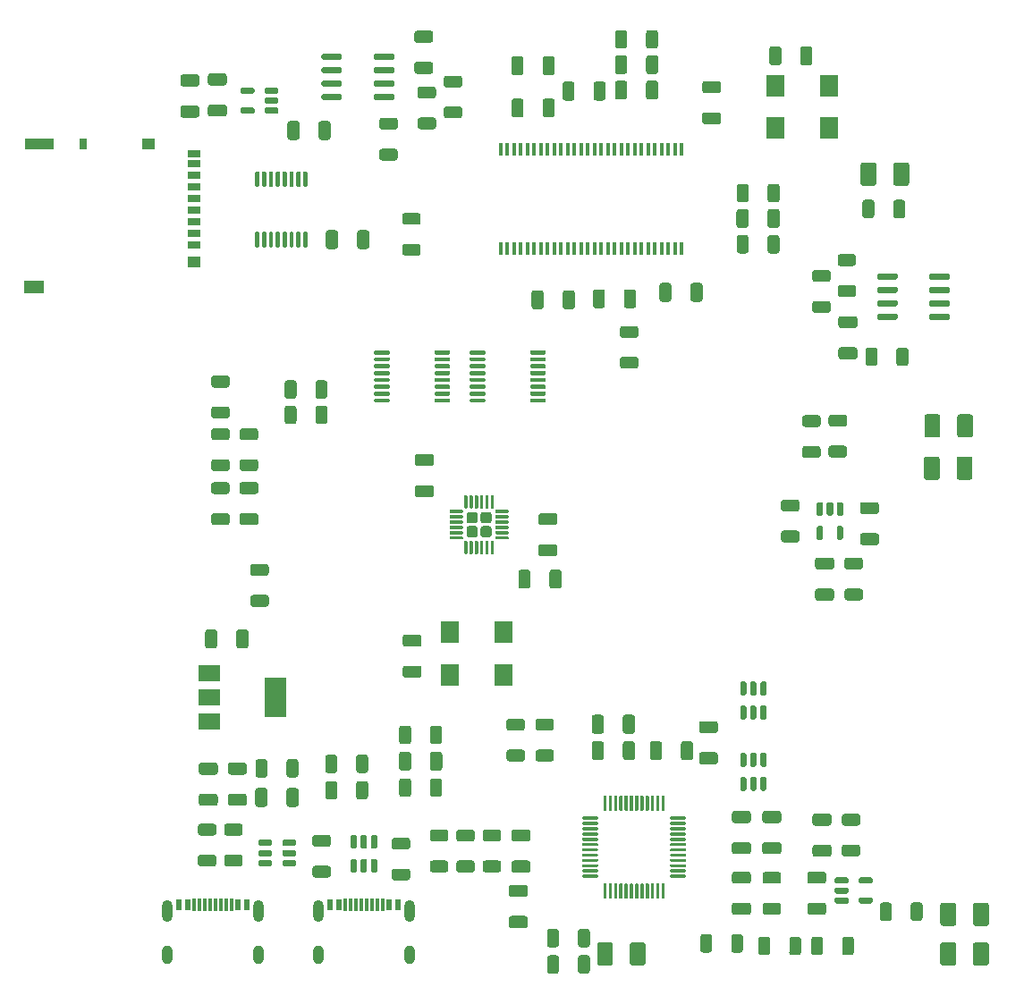
<source format=gtp>
G04 #@! TF.GenerationSoftware,KiCad,Pcbnew,7.0.11+1*
G04 #@! TF.CreationDate,2024-04-14T01:38:43+00:00*
G04 #@! TF.ProjectId,mbed-ce-ci-shield-v2,6d626564-2d63-4652-9d63-692d73686965,0*
G04 #@! TF.SameCoordinates,Original*
G04 #@! TF.FileFunction,Paste,Top*
G04 #@! TF.FilePolarity,Positive*
%FSLAX46Y46*%
G04 Gerber Fmt 4.6, Leading zero omitted, Abs format (unit mm)*
G04 Created by KiCad (PCBNEW 7.0.11+1) date 2024-04-14 01:38:43*
%MOMM*%
%LPD*%
G01*
G04 APERTURE LIST*
%ADD10R,0.400000X1.200000*%
%ADD11R,1.800000X2.000000*%
%ADD12R,0.600000X1.105000*%
%ADD13R,0.300000X1.150000*%
%ADD14O,1.000000X2.100000*%
%ADD15O,1.000000X1.800000*%
%ADD16R,1.200000X0.700000*%
%ADD17R,0.800000X1.000000*%
%ADD18R,1.200000X1.000000*%
%ADD19R,2.800000X1.000000*%
%ADD20R,1.900000X1.300000*%
%ADD21R,2.000000X1.500000*%
%ADD22R,2.000000X3.800000*%
G04 APERTURE END LIST*
G36*
G01*
X131150000Y-31587659D02*
X132450000Y-31587659D01*
G75*
G02*
X132700000Y-31837659I0J-250000D01*
G01*
X132700000Y-32487659D01*
G75*
G02*
X132450000Y-32737659I-250000J0D01*
G01*
X131150000Y-32737659D01*
G75*
G02*
X130900000Y-32487659I0J250000D01*
G01*
X130900000Y-31837659D01*
G75*
G02*
X131150000Y-31587659I250000J0D01*
G01*
G37*
G36*
G01*
X131150000Y-34537659D02*
X132450000Y-34537659D01*
G75*
G02*
X132700000Y-34787659I0J-250000D01*
G01*
X132700000Y-35437659D01*
G75*
G02*
X132450000Y-35687659I-250000J0D01*
G01*
X131150000Y-35687659D01*
G75*
G02*
X130900000Y-35437659I0J250000D01*
G01*
X130900000Y-34787659D01*
G75*
G02*
X131150000Y-34537659I250000J0D01*
G01*
G37*
G36*
G01*
X116950000Y-33487659D02*
X116950000Y-34787659D01*
G75*
G02*
X116700000Y-35037659I-250000J0D01*
G01*
X116050000Y-35037659D01*
G75*
G02*
X115800000Y-34787659I0J250000D01*
G01*
X115800000Y-33487659D01*
G75*
G02*
X116050000Y-33237659I250000J0D01*
G01*
X116700000Y-33237659D01*
G75*
G02*
X116950000Y-33487659I0J-250000D01*
G01*
G37*
G36*
G01*
X114000000Y-33487659D02*
X114000000Y-34787659D01*
G75*
G02*
X113750000Y-35037659I-250000J0D01*
G01*
X113100000Y-35037659D01*
G75*
G02*
X112850000Y-34787659I0J250000D01*
G01*
X112850000Y-33487659D01*
G75*
G02*
X113100000Y-33237659I250000J0D01*
G01*
X113750000Y-33237659D01*
G75*
G02*
X114000000Y-33487659I0J-250000D01*
G01*
G37*
G36*
G01*
X120450000Y-93150000D02*
X120450000Y-91850000D01*
G75*
G02*
X120700000Y-91600000I250000J0D01*
G01*
X121350000Y-91600000D01*
G75*
G02*
X121600000Y-91850000I0J-250000D01*
G01*
X121600000Y-93150000D01*
G75*
G02*
X121350000Y-93400000I-250000J0D01*
G01*
X120700000Y-93400000D01*
G75*
G02*
X120450000Y-93150000I0J250000D01*
G01*
G37*
G36*
G01*
X123400000Y-93150000D02*
X123400000Y-91850000D01*
G75*
G02*
X123650000Y-91600000I250000J0D01*
G01*
X124300000Y-91600000D01*
G75*
G02*
X124550000Y-91850000I0J-250000D01*
G01*
X124550000Y-93150000D01*
G75*
G02*
X124300000Y-93400000I-250000J0D01*
G01*
X123650000Y-93400000D01*
G75*
G02*
X123400000Y-93150000I0J250000D01*
G01*
G37*
D10*
X128972500Y-38037659D03*
X128337500Y-38037659D03*
X127702500Y-38037659D03*
X127067500Y-38037659D03*
X126432500Y-38037659D03*
X125797500Y-38037659D03*
X125162500Y-38037659D03*
X124527500Y-38037659D03*
X123892500Y-38037659D03*
X123257500Y-38037659D03*
X122622500Y-38037659D03*
X121987500Y-38037659D03*
X121352500Y-38037659D03*
X120717500Y-38037659D03*
X120082500Y-38037659D03*
X119447500Y-38037659D03*
X118812500Y-38037659D03*
X118177500Y-38037659D03*
X117542500Y-38037659D03*
X116907500Y-38037659D03*
X116272500Y-38037659D03*
X115637500Y-38037659D03*
X115002500Y-38037659D03*
X114367500Y-38037659D03*
X113732500Y-38037659D03*
X113097500Y-38037659D03*
X112462500Y-38037659D03*
X111827500Y-38037659D03*
X111827500Y-47437659D03*
X112462500Y-47437659D03*
X113097500Y-47437659D03*
X113732500Y-47437659D03*
X114367500Y-47437659D03*
X115002500Y-47437659D03*
X115637500Y-47437659D03*
X116272500Y-47437659D03*
X116907500Y-47437659D03*
X117542500Y-47437659D03*
X118177500Y-47437659D03*
X118812500Y-47437659D03*
X119447500Y-47437659D03*
X120082500Y-47437659D03*
X120717500Y-47437659D03*
X121352500Y-47437659D03*
X121987500Y-47437659D03*
X122622500Y-47437659D03*
X123257500Y-47437659D03*
X123892500Y-47437659D03*
X124527500Y-47437659D03*
X125162500Y-47437659D03*
X125797500Y-47437659D03*
X126432500Y-47437659D03*
X127067500Y-47437659D03*
X127702500Y-47437659D03*
X128337500Y-47437659D03*
X128972500Y-47437659D03*
G36*
G01*
X120450000Y-95650000D02*
X120450000Y-94350000D01*
G75*
G02*
X120700000Y-94100000I250000J0D01*
G01*
X121350000Y-94100000D01*
G75*
G02*
X121600000Y-94350000I0J-250000D01*
G01*
X121600000Y-95650000D01*
G75*
G02*
X121350000Y-95900000I-250000J0D01*
G01*
X120700000Y-95900000D01*
G75*
G02*
X120450000Y-95650000I0J250000D01*
G01*
G37*
G36*
G01*
X123400000Y-95650000D02*
X123400000Y-94350000D01*
G75*
G02*
X123650000Y-94100000I250000J0D01*
G01*
X124300000Y-94100000D01*
G75*
G02*
X124550000Y-94350000I0J-250000D01*
G01*
X124550000Y-95650000D01*
G75*
G02*
X124300000Y-95900000I-250000J0D01*
G01*
X123650000Y-95900000D01*
G75*
G02*
X123400000Y-95650000I0J250000D01*
G01*
G37*
G36*
G01*
X81760000Y-30950000D02*
X83060000Y-30950000D01*
G75*
G02*
X83310000Y-31200000I0J-250000D01*
G01*
X83310000Y-31850000D01*
G75*
G02*
X83060000Y-32100000I-250000J0D01*
G01*
X81760000Y-32100000D01*
G75*
G02*
X81510000Y-31850000I0J250000D01*
G01*
X81510000Y-31200000D01*
G75*
G02*
X81760000Y-30950000I250000J0D01*
G01*
G37*
G36*
G01*
X81760000Y-33900000D02*
X83060000Y-33900000D01*
G75*
G02*
X83310000Y-34150000I0J-250000D01*
G01*
X83310000Y-34800000D01*
G75*
G02*
X83060000Y-35050000I-250000J0D01*
G01*
X81760000Y-35050000D01*
G75*
G02*
X81510000Y-34800000I0J250000D01*
G01*
X81510000Y-34150000D01*
G75*
G02*
X81760000Y-33900000I250000J0D01*
G01*
G37*
G36*
G01*
X144625000Y-76725000D02*
X145875000Y-76725000D01*
G75*
G02*
X146125000Y-76975000I0J-250000D01*
G01*
X146125000Y-77600000D01*
G75*
G02*
X145875000Y-77850000I-250000J0D01*
G01*
X144625000Y-77850000D01*
G75*
G02*
X144375000Y-77600000I0J250000D01*
G01*
X144375000Y-76975000D01*
G75*
G02*
X144625000Y-76725000I250000J0D01*
G01*
G37*
G36*
G01*
X144625000Y-79650000D02*
X145875000Y-79650000D01*
G75*
G02*
X146125000Y-79900000I0J-250000D01*
G01*
X146125000Y-80525000D01*
G75*
G02*
X145875000Y-80775000I-250000J0D01*
G01*
X144625000Y-80775000D01*
G75*
G02*
X144375000Y-80525000I0J250000D01*
G01*
X144375000Y-79900000D01*
G75*
G02*
X144625000Y-79650000I250000J0D01*
G01*
G37*
G36*
G01*
X138225000Y-41575000D02*
X138225000Y-42825000D01*
G75*
G02*
X137975000Y-43075000I-250000J0D01*
G01*
X137350000Y-43075000D01*
G75*
G02*
X137100000Y-42825000I0J250000D01*
G01*
X137100000Y-41575000D01*
G75*
G02*
X137350000Y-41325000I250000J0D01*
G01*
X137975000Y-41325000D01*
G75*
G02*
X138225000Y-41575000I0J-250000D01*
G01*
G37*
G36*
G01*
X135300000Y-41575000D02*
X135300000Y-42825000D01*
G75*
G02*
X135050000Y-43075000I-250000J0D01*
G01*
X134425000Y-43075000D01*
G75*
G02*
X134175000Y-42825000I0J250000D01*
G01*
X134175000Y-41575000D01*
G75*
G02*
X134425000Y-41325000I250000J0D01*
G01*
X135050000Y-41325000D01*
G75*
G02*
X135300000Y-41575000I0J-250000D01*
G01*
G37*
G36*
G01*
X143150000Y-80800000D02*
X141850000Y-80800000D01*
G75*
G02*
X141600000Y-80550000I0J250000D01*
G01*
X141600000Y-79900000D01*
G75*
G02*
X141850000Y-79650000I250000J0D01*
G01*
X143150000Y-79650000D01*
G75*
G02*
X143400000Y-79900000I0J-250000D01*
G01*
X143400000Y-80550000D01*
G75*
G02*
X143150000Y-80800000I-250000J0D01*
G01*
G37*
G36*
G01*
X143150000Y-77850000D02*
X141850000Y-77850000D01*
G75*
G02*
X141600000Y-77600000I0J250000D01*
G01*
X141600000Y-76950000D01*
G75*
G02*
X141850000Y-76700000I250000J0D01*
G01*
X143150000Y-76700000D01*
G75*
G02*
X143400000Y-76950000I0J-250000D01*
G01*
X143400000Y-77600000D01*
G75*
G02*
X143150000Y-77850000I-250000J0D01*
G01*
G37*
G36*
G01*
X145625000Y-105025000D02*
X144375000Y-105025000D01*
G75*
G02*
X144125000Y-104775000I0J250000D01*
G01*
X144125000Y-104150000D01*
G75*
G02*
X144375000Y-103900000I250000J0D01*
G01*
X145625000Y-103900000D01*
G75*
G02*
X145875000Y-104150000I0J-250000D01*
G01*
X145875000Y-104775000D01*
G75*
G02*
X145625000Y-105025000I-250000J0D01*
G01*
G37*
G36*
G01*
X145625000Y-102100000D02*
X144375000Y-102100000D01*
G75*
G02*
X144125000Y-101850000I0J250000D01*
G01*
X144125000Y-101225000D01*
G75*
G02*
X144375000Y-100975000I250000J0D01*
G01*
X145625000Y-100975000D01*
G75*
G02*
X145875000Y-101225000I0J-250000D01*
G01*
X145875000Y-101850000D01*
G75*
G02*
X145625000Y-102100000I-250000J0D01*
G01*
G37*
G36*
G01*
X113100000Y-102450000D02*
X114400000Y-102450000D01*
G75*
G02*
X114650000Y-102700000I0J-250000D01*
G01*
X114650000Y-103350000D01*
G75*
G02*
X114400000Y-103600000I-250000J0D01*
G01*
X113100000Y-103600000D01*
G75*
G02*
X112850000Y-103350000I0J250000D01*
G01*
X112850000Y-102700000D01*
G75*
G02*
X113100000Y-102450000I250000J0D01*
G01*
G37*
G36*
G01*
X113100000Y-105400000D02*
X114400000Y-105400000D01*
G75*
G02*
X114650000Y-105650000I0J-250000D01*
G01*
X114650000Y-106300000D01*
G75*
G02*
X114400000Y-106550000I-250000J0D01*
G01*
X113100000Y-106550000D01*
G75*
G02*
X112850000Y-106300000I0J250000D01*
G01*
X112850000Y-105650000D01*
G75*
G02*
X113100000Y-105400000I250000J0D01*
G01*
G37*
G36*
G01*
X103900000Y-26810000D02*
X105200000Y-26810000D01*
G75*
G02*
X105450000Y-27060000I0J-250000D01*
G01*
X105450000Y-27710000D01*
G75*
G02*
X105200000Y-27960000I-250000J0D01*
G01*
X103900000Y-27960000D01*
G75*
G02*
X103650000Y-27710000I0J250000D01*
G01*
X103650000Y-27060000D01*
G75*
G02*
X103900000Y-26810000I250000J0D01*
G01*
G37*
G36*
G01*
X103900000Y-29760000D02*
X105200000Y-29760000D01*
G75*
G02*
X105450000Y-30010000I0J-250000D01*
G01*
X105450000Y-30660000D01*
G75*
G02*
X105200000Y-30910000I-250000J0D01*
G01*
X103900000Y-30910000D01*
G75*
G02*
X103650000Y-30660000I0J250000D01*
G01*
X103650000Y-30010000D01*
G75*
G02*
X103900000Y-29760000I250000J0D01*
G01*
G37*
G36*
G01*
X95425000Y-60175000D02*
X95425000Y-61425000D01*
G75*
G02*
X95175000Y-61675000I-250000J0D01*
G01*
X94550000Y-61675000D01*
G75*
G02*
X94300000Y-61425000I0J250000D01*
G01*
X94300000Y-60175000D01*
G75*
G02*
X94550000Y-59925000I250000J0D01*
G01*
X95175000Y-59925000D01*
G75*
G02*
X95425000Y-60175000I0J-250000D01*
G01*
G37*
G36*
G01*
X92500000Y-60175000D02*
X92500000Y-61425000D01*
G75*
G02*
X92250000Y-61675000I-250000J0D01*
G01*
X91625000Y-61675000D01*
G75*
G02*
X91375000Y-61425000I0J250000D01*
G01*
X91375000Y-60175000D01*
G75*
G02*
X91625000Y-59925000I250000J0D01*
G01*
X92250000Y-59925000D01*
G75*
G02*
X92500000Y-60175000I0J-250000D01*
G01*
G37*
G36*
G01*
X105250000Y-71000000D02*
X103950000Y-71000000D01*
G75*
G02*
X103700000Y-70750000I0J250000D01*
G01*
X103700000Y-70100000D01*
G75*
G02*
X103950000Y-69850000I250000J0D01*
G01*
X105250000Y-69850000D01*
G75*
G02*
X105500000Y-70100000I0J-250000D01*
G01*
X105500000Y-70750000D01*
G75*
G02*
X105250000Y-71000000I-250000J0D01*
G01*
G37*
G36*
G01*
X105250000Y-68050000D02*
X103950000Y-68050000D01*
G75*
G02*
X103700000Y-67800000I0J250000D01*
G01*
X103700000Y-67150000D01*
G75*
G02*
X103950000Y-66900000I250000J0D01*
G01*
X105250000Y-66900000D01*
G75*
G02*
X105500000Y-67150000I0J-250000D01*
G01*
X105500000Y-67800000D01*
G75*
G02*
X105250000Y-68050000I-250000J0D01*
G01*
G37*
G36*
G01*
X84800000Y-100225000D02*
X83500000Y-100225000D01*
G75*
G02*
X83250000Y-99975000I0J250000D01*
G01*
X83250000Y-99325000D01*
G75*
G02*
X83500000Y-99075000I250000J0D01*
G01*
X84800000Y-99075000D01*
G75*
G02*
X85050000Y-99325000I0J-250000D01*
G01*
X85050000Y-99975000D01*
G75*
G02*
X84800000Y-100225000I-250000J0D01*
G01*
G37*
G36*
G01*
X84800000Y-97275000D02*
X83500000Y-97275000D01*
G75*
G02*
X83250000Y-97025000I0J250000D01*
G01*
X83250000Y-96375000D01*
G75*
G02*
X83500000Y-96125000I250000J0D01*
G01*
X84800000Y-96125000D01*
G75*
G02*
X85050000Y-96375000I0J-250000D01*
G01*
X85050000Y-97025000D01*
G75*
G02*
X84800000Y-97275000I-250000J0D01*
G01*
G37*
G36*
G01*
X107050000Y-61737500D02*
X107050000Y-61937500D01*
G75*
G02*
X106950000Y-62037500I-100000J0D01*
G01*
X105675000Y-62037500D01*
G75*
G02*
X105575000Y-61937500I0J100000D01*
G01*
X105575000Y-61737500D01*
G75*
G02*
X105675000Y-61637500I100000J0D01*
G01*
X106950000Y-61637500D01*
G75*
G02*
X107050000Y-61737500I0J-100000D01*
G01*
G37*
G36*
G01*
X107050000Y-61087500D02*
X107050000Y-61287500D01*
G75*
G02*
X106950000Y-61387500I-100000J0D01*
G01*
X105675000Y-61387500D01*
G75*
G02*
X105575000Y-61287500I0J100000D01*
G01*
X105575000Y-61087500D01*
G75*
G02*
X105675000Y-60987500I100000J0D01*
G01*
X106950000Y-60987500D01*
G75*
G02*
X107050000Y-61087500I0J-100000D01*
G01*
G37*
G36*
G01*
X107050000Y-60437500D02*
X107050000Y-60637500D01*
G75*
G02*
X106950000Y-60737500I-100000J0D01*
G01*
X105675000Y-60737500D01*
G75*
G02*
X105575000Y-60637500I0J100000D01*
G01*
X105575000Y-60437500D01*
G75*
G02*
X105675000Y-60337500I100000J0D01*
G01*
X106950000Y-60337500D01*
G75*
G02*
X107050000Y-60437500I0J-100000D01*
G01*
G37*
G36*
G01*
X107050000Y-59787500D02*
X107050000Y-59987500D01*
G75*
G02*
X106950000Y-60087500I-100000J0D01*
G01*
X105675000Y-60087500D01*
G75*
G02*
X105575000Y-59987500I0J100000D01*
G01*
X105575000Y-59787500D01*
G75*
G02*
X105675000Y-59687500I100000J0D01*
G01*
X106950000Y-59687500D01*
G75*
G02*
X107050000Y-59787500I0J-100000D01*
G01*
G37*
G36*
G01*
X107050000Y-59137500D02*
X107050000Y-59337500D01*
G75*
G02*
X106950000Y-59437500I-100000J0D01*
G01*
X105675000Y-59437500D01*
G75*
G02*
X105575000Y-59337500I0J100000D01*
G01*
X105575000Y-59137500D01*
G75*
G02*
X105675000Y-59037500I100000J0D01*
G01*
X106950000Y-59037500D01*
G75*
G02*
X107050000Y-59137500I0J-100000D01*
G01*
G37*
G36*
G01*
X107050000Y-58487500D02*
X107050000Y-58687500D01*
G75*
G02*
X106950000Y-58787500I-100000J0D01*
G01*
X105675000Y-58787500D01*
G75*
G02*
X105575000Y-58687500I0J100000D01*
G01*
X105575000Y-58487500D01*
G75*
G02*
X105675000Y-58387500I100000J0D01*
G01*
X106950000Y-58387500D01*
G75*
G02*
X107050000Y-58487500I0J-100000D01*
G01*
G37*
G36*
G01*
X107050000Y-57837500D02*
X107050000Y-58037500D01*
G75*
G02*
X106950000Y-58137500I-100000J0D01*
G01*
X105675000Y-58137500D01*
G75*
G02*
X105575000Y-58037500I0J100000D01*
G01*
X105575000Y-57837500D01*
G75*
G02*
X105675000Y-57737500I100000J0D01*
G01*
X106950000Y-57737500D01*
G75*
G02*
X107050000Y-57837500I0J-100000D01*
G01*
G37*
G36*
G01*
X107050000Y-57187500D02*
X107050000Y-57387500D01*
G75*
G02*
X106950000Y-57487500I-100000J0D01*
G01*
X105675000Y-57487500D01*
G75*
G02*
X105575000Y-57387500I0J100000D01*
G01*
X105575000Y-57187500D01*
G75*
G02*
X105675000Y-57087500I100000J0D01*
G01*
X106950000Y-57087500D01*
G75*
G02*
X107050000Y-57187500I0J-100000D01*
G01*
G37*
G36*
G01*
X101325000Y-57187500D02*
X101325000Y-57387500D01*
G75*
G02*
X101225000Y-57487500I-100000J0D01*
G01*
X99950000Y-57487500D01*
G75*
G02*
X99850000Y-57387500I0J100000D01*
G01*
X99850000Y-57187500D01*
G75*
G02*
X99950000Y-57087500I100000J0D01*
G01*
X101225000Y-57087500D01*
G75*
G02*
X101325000Y-57187500I0J-100000D01*
G01*
G37*
G36*
G01*
X101325000Y-57837500D02*
X101325000Y-58037500D01*
G75*
G02*
X101225000Y-58137500I-100000J0D01*
G01*
X99950000Y-58137500D01*
G75*
G02*
X99850000Y-58037500I0J100000D01*
G01*
X99850000Y-57837500D01*
G75*
G02*
X99950000Y-57737500I100000J0D01*
G01*
X101225000Y-57737500D01*
G75*
G02*
X101325000Y-57837500I0J-100000D01*
G01*
G37*
G36*
G01*
X101325000Y-58487500D02*
X101325000Y-58687500D01*
G75*
G02*
X101225000Y-58787500I-100000J0D01*
G01*
X99950000Y-58787500D01*
G75*
G02*
X99850000Y-58687500I0J100000D01*
G01*
X99850000Y-58487500D01*
G75*
G02*
X99950000Y-58387500I100000J0D01*
G01*
X101225000Y-58387500D01*
G75*
G02*
X101325000Y-58487500I0J-100000D01*
G01*
G37*
G36*
G01*
X101325000Y-59137500D02*
X101325000Y-59337500D01*
G75*
G02*
X101225000Y-59437500I-100000J0D01*
G01*
X99950000Y-59437500D01*
G75*
G02*
X99850000Y-59337500I0J100000D01*
G01*
X99850000Y-59137500D01*
G75*
G02*
X99950000Y-59037500I100000J0D01*
G01*
X101225000Y-59037500D01*
G75*
G02*
X101325000Y-59137500I0J-100000D01*
G01*
G37*
G36*
G01*
X101325000Y-59787500D02*
X101325000Y-59987500D01*
G75*
G02*
X101225000Y-60087500I-100000J0D01*
G01*
X99950000Y-60087500D01*
G75*
G02*
X99850000Y-59987500I0J100000D01*
G01*
X99850000Y-59787500D01*
G75*
G02*
X99950000Y-59687500I100000J0D01*
G01*
X101225000Y-59687500D01*
G75*
G02*
X101325000Y-59787500I0J-100000D01*
G01*
G37*
G36*
G01*
X101325000Y-60437500D02*
X101325000Y-60637500D01*
G75*
G02*
X101225000Y-60737500I-100000J0D01*
G01*
X99950000Y-60737500D01*
G75*
G02*
X99850000Y-60637500I0J100000D01*
G01*
X99850000Y-60437500D01*
G75*
G02*
X99950000Y-60337500I100000J0D01*
G01*
X101225000Y-60337500D01*
G75*
G02*
X101325000Y-60437500I0J-100000D01*
G01*
G37*
G36*
G01*
X101325000Y-61087500D02*
X101325000Y-61287500D01*
G75*
G02*
X101225000Y-61387500I-100000J0D01*
G01*
X99950000Y-61387500D01*
G75*
G02*
X99850000Y-61287500I0J100000D01*
G01*
X99850000Y-61087500D01*
G75*
G02*
X99950000Y-60987500I100000J0D01*
G01*
X101225000Y-60987500D01*
G75*
G02*
X101325000Y-61087500I0J-100000D01*
G01*
G37*
G36*
G01*
X101325000Y-61737500D02*
X101325000Y-61937500D01*
G75*
G02*
X101225000Y-62037500I-100000J0D01*
G01*
X99950000Y-62037500D01*
G75*
G02*
X99850000Y-61937500I0J100000D01*
G01*
X99850000Y-61737500D01*
G75*
G02*
X99950000Y-61637500I100000J0D01*
G01*
X101225000Y-61637500D01*
G75*
G02*
X101325000Y-61737500I0J-100000D01*
G01*
G37*
G36*
G01*
X136550000Y-95200000D02*
X136850000Y-95200000D01*
G75*
G02*
X137000000Y-95350000I0J-150000D01*
G01*
X137000000Y-96375000D01*
G75*
G02*
X136850000Y-96525000I-150000J0D01*
G01*
X136550000Y-96525000D01*
G75*
G02*
X136400000Y-96375000I0J150000D01*
G01*
X136400000Y-95350000D01*
G75*
G02*
X136550000Y-95200000I150000J0D01*
G01*
G37*
G36*
G01*
X135600000Y-95200000D02*
X135900000Y-95200000D01*
G75*
G02*
X136050000Y-95350000I0J-150000D01*
G01*
X136050000Y-96375000D01*
G75*
G02*
X135900000Y-96525000I-150000J0D01*
G01*
X135600000Y-96525000D01*
G75*
G02*
X135450000Y-96375000I0J150000D01*
G01*
X135450000Y-95350000D01*
G75*
G02*
X135600000Y-95200000I150000J0D01*
G01*
G37*
G36*
G01*
X134650000Y-95200000D02*
X134950000Y-95200000D01*
G75*
G02*
X135100000Y-95350000I0J-150000D01*
G01*
X135100000Y-96375000D01*
G75*
G02*
X134950000Y-96525000I-150000J0D01*
G01*
X134650000Y-96525000D01*
G75*
G02*
X134500000Y-96375000I0J150000D01*
G01*
X134500000Y-95350000D01*
G75*
G02*
X134650000Y-95200000I150000J0D01*
G01*
G37*
G36*
G01*
X134650000Y-97475000D02*
X134950000Y-97475000D01*
G75*
G02*
X135100000Y-97625000I0J-150000D01*
G01*
X135100000Y-98650000D01*
G75*
G02*
X134950000Y-98800000I-150000J0D01*
G01*
X134650000Y-98800000D01*
G75*
G02*
X134500000Y-98650000I0J150000D01*
G01*
X134500000Y-97625000D01*
G75*
G02*
X134650000Y-97475000I150000J0D01*
G01*
G37*
G36*
G01*
X135600000Y-97475000D02*
X135900000Y-97475000D01*
G75*
G02*
X136050000Y-97625000I0J-150000D01*
G01*
X136050000Y-98650000D01*
G75*
G02*
X135900000Y-98800000I-150000J0D01*
G01*
X135600000Y-98800000D01*
G75*
G02*
X135450000Y-98650000I0J150000D01*
G01*
X135450000Y-97625000D01*
G75*
G02*
X135600000Y-97475000I150000J0D01*
G01*
G37*
G36*
G01*
X136550000Y-97475000D02*
X136850000Y-97475000D01*
G75*
G02*
X137000000Y-97625000I0J-150000D01*
G01*
X137000000Y-98650000D01*
G75*
G02*
X136850000Y-98800000I-150000J0D01*
G01*
X136550000Y-98800000D01*
G75*
G02*
X136400000Y-98650000I0J150000D01*
G01*
X136400000Y-97625000D01*
G75*
G02*
X136550000Y-97475000I150000J0D01*
G01*
G37*
G36*
G01*
X126725000Y-27012659D02*
X126725000Y-28262659D01*
G75*
G02*
X126475000Y-28512659I-250000J0D01*
G01*
X125850000Y-28512659D01*
G75*
G02*
X125600000Y-28262659I0J250000D01*
G01*
X125600000Y-27012659D01*
G75*
G02*
X125850000Y-26762659I250000J0D01*
G01*
X126475000Y-26762659D01*
G75*
G02*
X126725000Y-27012659I0J-250000D01*
G01*
G37*
G36*
G01*
X123800000Y-27012659D02*
X123800000Y-28262659D01*
G75*
G02*
X123550000Y-28512659I-250000J0D01*
G01*
X122925000Y-28512659D01*
G75*
G02*
X122675000Y-28262659I0J250000D01*
G01*
X122675000Y-27012659D01*
G75*
G02*
X122925000Y-26762659I250000J0D01*
G01*
X123550000Y-26762659D01*
G75*
G02*
X123800000Y-27012659I0J-250000D01*
G01*
G37*
G36*
G01*
X120275000Y-114625000D02*
X120275000Y-115875000D01*
G75*
G02*
X120025000Y-116125000I-250000J0D01*
G01*
X119400000Y-116125000D01*
G75*
G02*
X119150000Y-115875000I0J250000D01*
G01*
X119150000Y-114625000D01*
G75*
G02*
X119400000Y-114375000I250000J0D01*
G01*
X120025000Y-114375000D01*
G75*
G02*
X120275000Y-114625000I0J-250000D01*
G01*
G37*
G36*
G01*
X117350000Y-114625000D02*
X117350000Y-115875000D01*
G75*
G02*
X117100000Y-116125000I-250000J0D01*
G01*
X116475000Y-116125000D01*
G75*
G02*
X116225000Y-115875000I0J250000D01*
G01*
X116225000Y-114625000D01*
G75*
G02*
X116475000Y-114375000I250000J0D01*
G01*
X117100000Y-114375000D01*
G75*
G02*
X117350000Y-114625000I0J-250000D01*
G01*
G37*
G36*
G01*
X126850000Y-52250000D02*
X126850000Y-50950000D01*
G75*
G02*
X127100000Y-50700000I250000J0D01*
G01*
X127750000Y-50700000D01*
G75*
G02*
X128000000Y-50950000I0J-250000D01*
G01*
X128000000Y-52250000D01*
G75*
G02*
X127750000Y-52500000I-250000J0D01*
G01*
X127100000Y-52500000D01*
G75*
G02*
X126850000Y-52250000I0J250000D01*
G01*
G37*
G36*
G01*
X129800000Y-52250000D02*
X129800000Y-50950000D01*
G75*
G02*
X130050000Y-50700000I250000J0D01*
G01*
X130700000Y-50700000D01*
G75*
G02*
X130950000Y-50950000I0J-250000D01*
G01*
X130950000Y-52250000D01*
G75*
G02*
X130700000Y-52500000I-250000J0D01*
G01*
X130050000Y-52500000D01*
G75*
G02*
X129800000Y-52250000I0J250000D01*
G01*
G37*
G36*
G01*
X130725000Y-113875000D02*
X130725000Y-112625000D01*
G75*
G02*
X130975000Y-112375000I250000J0D01*
G01*
X131600000Y-112375000D01*
G75*
G02*
X131850000Y-112625000I0J-250000D01*
G01*
X131850000Y-113875000D01*
G75*
G02*
X131600000Y-114125000I-250000J0D01*
G01*
X130975000Y-114125000D01*
G75*
G02*
X130725000Y-113875000I0J250000D01*
G01*
G37*
G36*
G01*
X133650000Y-113875000D02*
X133650000Y-112625000D01*
G75*
G02*
X133900000Y-112375000I250000J0D01*
G01*
X134525000Y-112375000D01*
G75*
G02*
X134775000Y-112625000I0J-250000D01*
G01*
X134775000Y-113875000D01*
G75*
G02*
X134525000Y-114125000I-250000J0D01*
G01*
X133900000Y-114125000D01*
G75*
G02*
X133650000Y-113875000I0J250000D01*
G01*
G37*
G36*
G01*
X84675000Y-69575000D02*
X85925000Y-69575000D01*
G75*
G02*
X86175000Y-69825000I0J-250000D01*
G01*
X86175000Y-70450000D01*
G75*
G02*
X85925000Y-70700000I-250000J0D01*
G01*
X84675000Y-70700000D01*
G75*
G02*
X84425000Y-70450000I0J250000D01*
G01*
X84425000Y-69825000D01*
G75*
G02*
X84675000Y-69575000I250000J0D01*
G01*
G37*
G36*
G01*
X84675000Y-72500000D02*
X85925000Y-72500000D01*
G75*
G02*
X86175000Y-72750000I0J-250000D01*
G01*
X86175000Y-73375000D01*
G75*
G02*
X85925000Y-73625000I-250000J0D01*
G01*
X84675000Y-73625000D01*
G75*
G02*
X84425000Y-73375000I0J250000D01*
G01*
X84425000Y-72750000D01*
G75*
G02*
X84675000Y-72500000I250000J0D01*
G01*
G37*
G36*
G01*
X89625000Y-81375000D02*
X88375000Y-81375000D01*
G75*
G02*
X88125000Y-81125000I0J250000D01*
G01*
X88125000Y-80500000D01*
G75*
G02*
X88375000Y-80250000I250000J0D01*
G01*
X89625000Y-80250000D01*
G75*
G02*
X89875000Y-80500000I0J-250000D01*
G01*
X89875000Y-81125000D01*
G75*
G02*
X89625000Y-81375000I-250000J0D01*
G01*
G37*
G36*
G01*
X89625000Y-78450000D02*
X88375000Y-78450000D01*
G75*
G02*
X88125000Y-78200000I0J250000D01*
G01*
X88125000Y-77575000D01*
G75*
G02*
X88375000Y-77325000I250000J0D01*
G01*
X89625000Y-77325000D01*
G75*
G02*
X89875000Y-77575000I0J-250000D01*
G01*
X89875000Y-78200000D01*
G75*
G02*
X89625000Y-78450000I-250000J0D01*
G01*
G37*
G36*
G01*
X126750000Y-29387659D02*
X126750000Y-30687659D01*
G75*
G02*
X126500000Y-30937659I-250000J0D01*
G01*
X125850000Y-30937659D01*
G75*
G02*
X125600000Y-30687659I0J250000D01*
G01*
X125600000Y-29387659D01*
G75*
G02*
X125850000Y-29137659I250000J0D01*
G01*
X126500000Y-29137659D01*
G75*
G02*
X126750000Y-29387659I0J-250000D01*
G01*
G37*
G36*
G01*
X123800000Y-29387659D02*
X123800000Y-30687659D01*
G75*
G02*
X123550000Y-30937659I-250000J0D01*
G01*
X122900000Y-30937659D01*
G75*
G02*
X122650000Y-30687659I0J250000D01*
G01*
X122650000Y-29387659D01*
G75*
G02*
X122900000Y-29137659I250000J0D01*
G01*
X123550000Y-29137659D01*
G75*
G02*
X123800000Y-29387659I0J-250000D01*
G01*
G37*
G36*
G01*
X114150000Y-111800000D02*
X112850000Y-111800000D01*
G75*
G02*
X112600000Y-111550000I0J250000D01*
G01*
X112600000Y-110900000D01*
G75*
G02*
X112850000Y-110650000I250000J0D01*
G01*
X114150000Y-110650000D01*
G75*
G02*
X114400000Y-110900000I0J-250000D01*
G01*
X114400000Y-111550000D01*
G75*
G02*
X114150000Y-111800000I-250000J0D01*
G01*
G37*
G36*
G01*
X114150000Y-108850000D02*
X112850000Y-108850000D01*
G75*
G02*
X112600000Y-108600000I0J250000D01*
G01*
X112600000Y-107950000D01*
G75*
G02*
X112850000Y-107700000I250000J0D01*
G01*
X114150000Y-107700000D01*
G75*
G02*
X114400000Y-107950000I0J-250000D01*
G01*
X114400000Y-108600000D01*
G75*
G02*
X114150000Y-108850000I-250000J0D01*
G01*
G37*
G36*
G01*
X110375000Y-102475000D02*
X111625000Y-102475000D01*
G75*
G02*
X111875000Y-102725000I0J-250000D01*
G01*
X111875000Y-103350000D01*
G75*
G02*
X111625000Y-103600000I-250000J0D01*
G01*
X110375000Y-103600000D01*
G75*
G02*
X110125000Y-103350000I0J250000D01*
G01*
X110125000Y-102725000D01*
G75*
G02*
X110375000Y-102475000I250000J0D01*
G01*
G37*
G36*
G01*
X110375000Y-105400000D02*
X111625000Y-105400000D01*
G75*
G02*
X111875000Y-105650000I0J-250000D01*
G01*
X111875000Y-106275000D01*
G75*
G02*
X111625000Y-106525000I-250000J0D01*
G01*
X110375000Y-106525000D01*
G75*
G02*
X110125000Y-106275000I0J250000D01*
G01*
X110125000Y-105650000D01*
G75*
G02*
X110375000Y-105400000I250000J0D01*
G01*
G37*
G36*
G01*
X154350000Y-53755000D02*
X154350000Y-54055000D01*
G75*
G02*
X154200000Y-54205000I-150000J0D01*
G01*
X152550000Y-54205000D01*
G75*
G02*
X152400000Y-54055000I0J150000D01*
G01*
X152400000Y-53755000D01*
G75*
G02*
X152550000Y-53605000I150000J0D01*
G01*
X154200000Y-53605000D01*
G75*
G02*
X154350000Y-53755000I0J-150000D01*
G01*
G37*
G36*
G01*
X154350000Y-52485000D02*
X154350000Y-52785000D01*
G75*
G02*
X154200000Y-52935000I-150000J0D01*
G01*
X152550000Y-52935000D01*
G75*
G02*
X152400000Y-52785000I0J150000D01*
G01*
X152400000Y-52485000D01*
G75*
G02*
X152550000Y-52335000I150000J0D01*
G01*
X154200000Y-52335000D01*
G75*
G02*
X154350000Y-52485000I0J-150000D01*
G01*
G37*
G36*
G01*
X154350000Y-51215000D02*
X154350000Y-51515000D01*
G75*
G02*
X154200000Y-51665000I-150000J0D01*
G01*
X152550000Y-51665000D01*
G75*
G02*
X152400000Y-51515000I0J150000D01*
G01*
X152400000Y-51215000D01*
G75*
G02*
X152550000Y-51065000I150000J0D01*
G01*
X154200000Y-51065000D01*
G75*
G02*
X154350000Y-51215000I0J-150000D01*
G01*
G37*
G36*
G01*
X154350000Y-49945000D02*
X154350000Y-50245000D01*
G75*
G02*
X154200000Y-50395000I-150000J0D01*
G01*
X152550000Y-50395000D01*
G75*
G02*
X152400000Y-50245000I0J150000D01*
G01*
X152400000Y-49945000D01*
G75*
G02*
X152550000Y-49795000I150000J0D01*
G01*
X154200000Y-49795000D01*
G75*
G02*
X154350000Y-49945000I0J-150000D01*
G01*
G37*
G36*
G01*
X149400000Y-49945000D02*
X149400000Y-50245000D01*
G75*
G02*
X149250000Y-50395000I-150000J0D01*
G01*
X147600000Y-50395000D01*
G75*
G02*
X147450000Y-50245000I0J150000D01*
G01*
X147450000Y-49945000D01*
G75*
G02*
X147600000Y-49795000I150000J0D01*
G01*
X149250000Y-49795000D01*
G75*
G02*
X149400000Y-49945000I0J-150000D01*
G01*
G37*
G36*
G01*
X149400000Y-51215000D02*
X149400000Y-51515000D01*
G75*
G02*
X149250000Y-51665000I-150000J0D01*
G01*
X147600000Y-51665000D01*
G75*
G02*
X147450000Y-51515000I0J150000D01*
G01*
X147450000Y-51215000D01*
G75*
G02*
X147600000Y-51065000I150000J0D01*
G01*
X149250000Y-51065000D01*
G75*
G02*
X149400000Y-51215000I0J-150000D01*
G01*
G37*
G36*
G01*
X149400000Y-52485000D02*
X149400000Y-52785000D01*
G75*
G02*
X149250000Y-52935000I-150000J0D01*
G01*
X147600000Y-52935000D01*
G75*
G02*
X147450000Y-52785000I0J150000D01*
G01*
X147450000Y-52485000D01*
G75*
G02*
X147600000Y-52335000I150000J0D01*
G01*
X149250000Y-52335000D01*
G75*
G02*
X149400000Y-52485000I0J-150000D01*
G01*
G37*
G36*
G01*
X149400000Y-53755000D02*
X149400000Y-54055000D01*
G75*
G02*
X149250000Y-54205000I-150000J0D01*
G01*
X147600000Y-54205000D01*
G75*
G02*
X147450000Y-54055000I0J150000D01*
G01*
X147450000Y-53755000D01*
G75*
G02*
X147600000Y-53605000I150000J0D01*
G01*
X149250000Y-53605000D01*
G75*
G02*
X149400000Y-53755000I0J-150000D01*
G01*
G37*
D11*
X142940000Y-32000000D03*
X137860000Y-32000000D03*
X137860000Y-36000000D03*
X142940000Y-36000000D03*
G36*
G01*
X143125000Y-63187500D02*
X144375000Y-63187500D01*
G75*
G02*
X144625000Y-63437500I0J-250000D01*
G01*
X144625000Y-64062500D01*
G75*
G02*
X144375000Y-64312500I-250000J0D01*
G01*
X143125000Y-64312500D01*
G75*
G02*
X142875000Y-64062500I0J250000D01*
G01*
X142875000Y-63437500D01*
G75*
G02*
X143125000Y-63187500I250000J0D01*
G01*
G37*
G36*
G01*
X143125000Y-66112500D02*
X144375000Y-66112500D01*
G75*
G02*
X144625000Y-66362500I0J-250000D01*
G01*
X144625000Y-66987500D01*
G75*
G02*
X144375000Y-67237500I-250000J0D01*
G01*
X143125000Y-67237500D01*
G75*
G02*
X142875000Y-66987500I0J250000D01*
G01*
X142875000Y-66362500D01*
G75*
G02*
X143125000Y-66112500I250000J0D01*
G01*
G37*
G36*
G01*
X87550000Y-100225000D02*
X86250000Y-100225000D01*
G75*
G02*
X86000000Y-99975000I0J250000D01*
G01*
X86000000Y-99325000D01*
G75*
G02*
X86250000Y-99075000I250000J0D01*
G01*
X87550000Y-99075000D01*
G75*
G02*
X87800000Y-99325000I0J-250000D01*
G01*
X87800000Y-99975000D01*
G75*
G02*
X87550000Y-100225000I-250000J0D01*
G01*
G37*
G36*
G01*
X87550000Y-97275000D02*
X86250000Y-97275000D01*
G75*
G02*
X86000000Y-97025000I0J250000D01*
G01*
X86000000Y-96375000D01*
G75*
G02*
X86250000Y-96125000I250000J0D01*
G01*
X87550000Y-96125000D01*
G75*
G02*
X87800000Y-96375000I0J-250000D01*
G01*
X87800000Y-97025000D01*
G75*
G02*
X87550000Y-97275000I-250000J0D01*
G01*
G37*
D12*
X95685051Y-109562500D03*
X96485051Y-109562500D03*
D13*
X97635051Y-109585000D03*
X98635051Y-109585000D03*
X99135051Y-109585000D03*
X100135051Y-109585000D03*
D12*
X101285051Y-109562500D03*
X102085051Y-109562500D03*
X102085051Y-109562500D03*
X101285051Y-109562500D03*
D13*
X100635051Y-109585000D03*
X99635051Y-109585000D03*
X98135051Y-109585000D03*
X97135051Y-109585000D03*
D12*
X96485051Y-109562500D03*
X95685051Y-109562500D03*
D14*
X94565051Y-110160000D03*
D15*
X94565051Y-114340000D03*
D14*
X103205051Y-110160000D03*
D15*
X103205051Y-114340000D03*
G36*
G01*
X92472551Y-105490000D02*
X92472551Y-105790000D01*
G75*
G02*
X92322551Y-105940000I-150000J0D01*
G01*
X91297551Y-105940000D01*
G75*
G02*
X91147551Y-105790000I0J150000D01*
G01*
X91147551Y-105490000D01*
G75*
G02*
X91297551Y-105340000I150000J0D01*
G01*
X92322551Y-105340000D01*
G75*
G02*
X92472551Y-105490000I0J-150000D01*
G01*
G37*
G36*
G01*
X92472551Y-104540000D02*
X92472551Y-104840000D01*
G75*
G02*
X92322551Y-104990000I-150000J0D01*
G01*
X91297551Y-104990000D01*
G75*
G02*
X91147551Y-104840000I0J150000D01*
G01*
X91147551Y-104540000D01*
G75*
G02*
X91297551Y-104390000I150000J0D01*
G01*
X92322551Y-104390000D01*
G75*
G02*
X92472551Y-104540000I0J-150000D01*
G01*
G37*
G36*
G01*
X92472551Y-103590000D02*
X92472551Y-103890000D01*
G75*
G02*
X92322551Y-104040000I-150000J0D01*
G01*
X91297551Y-104040000D01*
G75*
G02*
X91147551Y-103890000I0J150000D01*
G01*
X91147551Y-103590000D01*
G75*
G02*
X91297551Y-103440000I150000J0D01*
G01*
X92322551Y-103440000D01*
G75*
G02*
X92472551Y-103590000I0J-150000D01*
G01*
G37*
G36*
G01*
X90197551Y-103590000D02*
X90197551Y-103890000D01*
G75*
G02*
X90047551Y-104040000I-150000J0D01*
G01*
X89022551Y-104040000D01*
G75*
G02*
X88872551Y-103890000I0J150000D01*
G01*
X88872551Y-103590000D01*
G75*
G02*
X89022551Y-103440000I150000J0D01*
G01*
X90047551Y-103440000D01*
G75*
G02*
X90197551Y-103590000I0J-150000D01*
G01*
G37*
G36*
G01*
X90197551Y-104540000D02*
X90197551Y-104840000D01*
G75*
G02*
X90047551Y-104990000I-150000J0D01*
G01*
X89022551Y-104990000D01*
G75*
G02*
X88872551Y-104840000I0J150000D01*
G01*
X88872551Y-104540000D01*
G75*
G02*
X89022551Y-104390000I150000J0D01*
G01*
X90047551Y-104390000D01*
G75*
G02*
X90197551Y-104540000I0J-150000D01*
G01*
G37*
G36*
G01*
X90197551Y-105490000D02*
X90197551Y-105790000D01*
G75*
G02*
X90047551Y-105940000I-150000J0D01*
G01*
X89022551Y-105940000D01*
G75*
G02*
X88872551Y-105790000I0J150000D01*
G01*
X88872551Y-105490000D01*
G75*
G02*
X89022551Y-105340000I150000J0D01*
G01*
X90047551Y-105340000D01*
G75*
G02*
X90197551Y-105490000I0J-150000D01*
G01*
G37*
G36*
G01*
X117600000Y-78100000D02*
X117600000Y-79400000D01*
G75*
G02*
X117350000Y-79650000I-250000J0D01*
G01*
X116700000Y-79650000D01*
G75*
G02*
X116450000Y-79400000I0J250000D01*
G01*
X116450000Y-78100000D01*
G75*
G02*
X116700000Y-77850000I250000J0D01*
G01*
X117350000Y-77850000D01*
G75*
G02*
X117600000Y-78100000I0J-250000D01*
G01*
G37*
G36*
G01*
X114650000Y-78100000D02*
X114650000Y-79400000D01*
G75*
G02*
X114400000Y-79650000I-250000J0D01*
G01*
X113750000Y-79650000D01*
G75*
G02*
X113500000Y-79400000I0J250000D01*
G01*
X113500000Y-78100000D01*
G75*
G02*
X113750000Y-77850000I250000J0D01*
G01*
X114400000Y-77850000D01*
G75*
G02*
X114650000Y-78100000I0J-250000D01*
G01*
G37*
G36*
G01*
X100585000Y-35065000D02*
X101835000Y-35065000D01*
G75*
G02*
X102085000Y-35315000I0J-250000D01*
G01*
X102085000Y-35940000D01*
G75*
G02*
X101835000Y-36190000I-250000J0D01*
G01*
X100585000Y-36190000D01*
G75*
G02*
X100335000Y-35940000I0J250000D01*
G01*
X100335000Y-35315000D01*
G75*
G02*
X100585000Y-35065000I250000J0D01*
G01*
G37*
G36*
G01*
X100585000Y-37990000D02*
X101835000Y-37990000D01*
G75*
G02*
X102085000Y-38240000I0J-250000D01*
G01*
X102085000Y-38865000D01*
G75*
G02*
X101835000Y-39115000I-250000J0D01*
G01*
X100585000Y-39115000D01*
G75*
G02*
X100335000Y-38865000I0J250000D01*
G01*
X100335000Y-38240000D01*
G75*
G02*
X100585000Y-37990000I250000J0D01*
G01*
G37*
G36*
G01*
X143800000Y-71450000D02*
X144100000Y-71450000D01*
G75*
G02*
X144250000Y-71600000I0J-150000D01*
G01*
X144250000Y-72625000D01*
G75*
G02*
X144100000Y-72775000I-150000J0D01*
G01*
X143800000Y-72775000D01*
G75*
G02*
X143650000Y-72625000I0J150000D01*
G01*
X143650000Y-71600000D01*
G75*
G02*
X143800000Y-71450000I150000J0D01*
G01*
G37*
G36*
G01*
X142850000Y-71450000D02*
X143150000Y-71450000D01*
G75*
G02*
X143300000Y-71600000I0J-150000D01*
G01*
X143300000Y-72625000D01*
G75*
G02*
X143150000Y-72775000I-150000J0D01*
G01*
X142850000Y-72775000D01*
G75*
G02*
X142700000Y-72625000I0J150000D01*
G01*
X142700000Y-71600000D01*
G75*
G02*
X142850000Y-71450000I150000J0D01*
G01*
G37*
G36*
G01*
X141900000Y-71450000D02*
X142200000Y-71450000D01*
G75*
G02*
X142350000Y-71600000I0J-150000D01*
G01*
X142350000Y-72625000D01*
G75*
G02*
X142200000Y-72775000I-150000J0D01*
G01*
X141900000Y-72775000D01*
G75*
G02*
X141750000Y-72625000I0J150000D01*
G01*
X141750000Y-71600000D01*
G75*
G02*
X141900000Y-71450000I150000J0D01*
G01*
G37*
G36*
G01*
X141900000Y-73725000D02*
X142200000Y-73725000D01*
G75*
G02*
X142350000Y-73875000I0J-150000D01*
G01*
X142350000Y-74900000D01*
G75*
G02*
X142200000Y-75050000I-150000J0D01*
G01*
X141900000Y-75050000D01*
G75*
G02*
X141750000Y-74900000I0J150000D01*
G01*
X141750000Y-73875000D01*
G75*
G02*
X141900000Y-73725000I150000J0D01*
G01*
G37*
G36*
G01*
X143800000Y-73725000D02*
X144100000Y-73725000D01*
G75*
G02*
X144250000Y-73875000I0J-150000D01*
G01*
X144250000Y-74900000D01*
G75*
G02*
X144100000Y-75050000I-150000J0D01*
G01*
X143800000Y-75050000D01*
G75*
G02*
X143650000Y-74900000I0J150000D01*
G01*
X143650000Y-73875000D01*
G75*
G02*
X143800000Y-73725000I150000J0D01*
G01*
G37*
G36*
G01*
X88650000Y-73650000D02*
X87350000Y-73650000D01*
G75*
G02*
X87100000Y-73400000I0J250000D01*
G01*
X87100000Y-72750000D01*
G75*
G02*
X87350000Y-72500000I250000J0D01*
G01*
X88650000Y-72500000D01*
G75*
G02*
X88900000Y-72750000I0J-250000D01*
G01*
X88900000Y-73400000D01*
G75*
G02*
X88650000Y-73650000I-250000J0D01*
G01*
G37*
G36*
G01*
X88650000Y-70700000D02*
X87350000Y-70700000D01*
G75*
G02*
X87100000Y-70450000I0J250000D01*
G01*
X87100000Y-69800000D01*
G75*
G02*
X87350000Y-69550000I250000J0D01*
G01*
X88650000Y-69550000D01*
G75*
G02*
X88900000Y-69800000I0J-250000D01*
G01*
X88900000Y-70450000D01*
G75*
G02*
X88650000Y-70700000I-250000J0D01*
G01*
G37*
G36*
G01*
X99390000Y-45950000D02*
X99390000Y-47250000D01*
G75*
G02*
X99140000Y-47500000I-250000J0D01*
G01*
X98490000Y-47500000D01*
G75*
G02*
X98240000Y-47250000I0J250000D01*
G01*
X98240000Y-45950000D01*
G75*
G02*
X98490000Y-45700000I250000J0D01*
G01*
X99140000Y-45700000D01*
G75*
G02*
X99390000Y-45950000I0J-250000D01*
G01*
G37*
G36*
G01*
X96440000Y-45950000D02*
X96440000Y-47250000D01*
G75*
G02*
X96190000Y-47500000I-250000J0D01*
G01*
X95540000Y-47500000D01*
G75*
G02*
X95290000Y-47250000I0J250000D01*
G01*
X95290000Y-45950000D01*
G75*
G02*
X95540000Y-45700000I250000J0D01*
G01*
X96190000Y-45700000D01*
G75*
G02*
X96440000Y-45950000I0J-250000D01*
G01*
G37*
G36*
G01*
X126750000Y-31787659D02*
X126750000Y-33087659D01*
G75*
G02*
X126500000Y-33337659I-250000J0D01*
G01*
X125850000Y-33337659D01*
G75*
G02*
X125600000Y-33087659I0J250000D01*
G01*
X125600000Y-31787659D01*
G75*
G02*
X125850000Y-31537659I250000J0D01*
G01*
X126500000Y-31537659D01*
G75*
G02*
X126750000Y-31787659I0J-250000D01*
G01*
G37*
G36*
G01*
X123800000Y-31787659D02*
X123800000Y-33087659D01*
G75*
G02*
X123550000Y-33337659I-250000J0D01*
G01*
X122900000Y-33337659D01*
G75*
G02*
X122650000Y-33087659I0J250000D01*
G01*
X122650000Y-31787659D01*
G75*
G02*
X122900000Y-31537659I250000J0D01*
G01*
X123550000Y-31537659D01*
G75*
G02*
X123800000Y-31787659I0J-250000D01*
G01*
G37*
G36*
G01*
X124625000Y-58825000D02*
X123375000Y-58825000D01*
G75*
G02*
X123125000Y-58575000I0J250000D01*
G01*
X123125000Y-57950000D01*
G75*
G02*
X123375000Y-57700000I250000J0D01*
G01*
X124625000Y-57700000D01*
G75*
G02*
X124875000Y-57950000I0J-250000D01*
G01*
X124875000Y-58575000D01*
G75*
G02*
X124625000Y-58825000I-250000J0D01*
G01*
G37*
G36*
G01*
X124625000Y-55900000D02*
X123375000Y-55900000D01*
G75*
G02*
X123125000Y-55650000I0J250000D01*
G01*
X123125000Y-55025000D01*
G75*
G02*
X123375000Y-54775000I250000J0D01*
G01*
X124625000Y-54775000D01*
G75*
G02*
X124875000Y-55025000I0J-250000D01*
G01*
X124875000Y-55650000D01*
G75*
G02*
X124625000Y-55900000I-250000J0D01*
G01*
G37*
G36*
G01*
X115375000Y-91975000D02*
X116625000Y-91975000D01*
G75*
G02*
X116875000Y-92225000I0J-250000D01*
G01*
X116875000Y-92850000D01*
G75*
G02*
X116625000Y-93100000I-250000J0D01*
G01*
X115375000Y-93100000D01*
G75*
G02*
X115125000Y-92850000I0J250000D01*
G01*
X115125000Y-92225000D01*
G75*
G02*
X115375000Y-91975000I250000J0D01*
G01*
G37*
G36*
G01*
X115375000Y-94900000D02*
X116625000Y-94900000D01*
G75*
G02*
X116875000Y-95150000I0J-250000D01*
G01*
X116875000Y-95775000D01*
G75*
G02*
X116625000Y-96025000I-250000J0D01*
G01*
X115375000Y-96025000D01*
G75*
G02*
X115125000Y-95775000I0J250000D01*
G01*
X115125000Y-95150000D01*
G75*
G02*
X115375000Y-94900000I250000J0D01*
G01*
G37*
G36*
G01*
X138250000Y-43950000D02*
X138250000Y-45250000D01*
G75*
G02*
X138000000Y-45500000I-250000J0D01*
G01*
X137350000Y-45500000D01*
G75*
G02*
X137100000Y-45250000I0J250000D01*
G01*
X137100000Y-43950000D01*
G75*
G02*
X137350000Y-43700000I250000J0D01*
G01*
X138000000Y-43700000D01*
G75*
G02*
X138250000Y-43950000I0J-250000D01*
G01*
G37*
G36*
G01*
X135300000Y-43950000D02*
X135300000Y-45250000D01*
G75*
G02*
X135050000Y-45500000I-250000J0D01*
G01*
X134400000Y-45500000D01*
G75*
G02*
X134150000Y-45250000I0J250000D01*
G01*
X134150000Y-43950000D01*
G75*
G02*
X134400000Y-43700000I250000J0D01*
G01*
X135050000Y-43700000D01*
G75*
G02*
X135300000Y-43950000I0J-250000D01*
G01*
G37*
G36*
G01*
X87160051Y-105965000D02*
X85910051Y-105965000D01*
G75*
G02*
X85660051Y-105715000I0J250000D01*
G01*
X85660051Y-105090000D01*
G75*
G02*
X85910051Y-104840000I250000J0D01*
G01*
X87160051Y-104840000D01*
G75*
G02*
X87410051Y-105090000I0J-250000D01*
G01*
X87410051Y-105715000D01*
G75*
G02*
X87160051Y-105965000I-250000J0D01*
G01*
G37*
G36*
G01*
X87160051Y-103040000D02*
X85910051Y-103040000D01*
G75*
G02*
X85660051Y-102790000I0J250000D01*
G01*
X85660051Y-102165000D01*
G75*
G02*
X85910051Y-101915000I250000J0D01*
G01*
X87160051Y-101915000D01*
G75*
G02*
X87410051Y-102165000I0J-250000D01*
G01*
X87410051Y-102790000D01*
G75*
G02*
X87160051Y-103040000I-250000J0D01*
G01*
G37*
G36*
G01*
X138225000Y-46412659D02*
X138225000Y-47662659D01*
G75*
G02*
X137975000Y-47912659I-250000J0D01*
G01*
X137350000Y-47912659D01*
G75*
G02*
X137100000Y-47662659I0J250000D01*
G01*
X137100000Y-46412659D01*
G75*
G02*
X137350000Y-46162659I250000J0D01*
G01*
X137975000Y-46162659D01*
G75*
G02*
X138225000Y-46412659I0J-250000D01*
G01*
G37*
G36*
G01*
X135300000Y-46412659D02*
X135300000Y-47662659D01*
G75*
G02*
X135050000Y-47912659I-250000J0D01*
G01*
X134425000Y-47912659D01*
G75*
G02*
X134175000Y-47662659I0J250000D01*
G01*
X134175000Y-46412659D01*
G75*
G02*
X134425000Y-46162659I250000J0D01*
G01*
X135050000Y-46162659D01*
G75*
G02*
X135300000Y-46412659I0J-250000D01*
G01*
G37*
G36*
G01*
X104100000Y-88100000D02*
X102800000Y-88100000D01*
G75*
G02*
X102550000Y-87850000I0J250000D01*
G01*
X102550000Y-87200000D01*
G75*
G02*
X102800000Y-86950000I250000J0D01*
G01*
X104100000Y-86950000D01*
G75*
G02*
X104350000Y-87200000I0J-250000D01*
G01*
X104350000Y-87850000D01*
G75*
G02*
X104100000Y-88100000I-250000J0D01*
G01*
G37*
G36*
G01*
X104100000Y-85150000D02*
X102800000Y-85150000D01*
G75*
G02*
X102550000Y-84900000I0J250000D01*
G01*
X102550000Y-84250000D01*
G75*
G02*
X102800000Y-84000000I250000J0D01*
G01*
X104100000Y-84000000D01*
G75*
G02*
X104350000Y-84250000I0J-250000D01*
G01*
X104350000Y-84900000D01*
G75*
G02*
X104100000Y-85150000I-250000J0D01*
G01*
G37*
G36*
G01*
X130850000Y-92200000D02*
X132150000Y-92200000D01*
G75*
G02*
X132400000Y-92450000I0J-250000D01*
G01*
X132400000Y-93100000D01*
G75*
G02*
X132150000Y-93350000I-250000J0D01*
G01*
X130850000Y-93350000D01*
G75*
G02*
X130600000Y-93100000I0J250000D01*
G01*
X130600000Y-92450000D01*
G75*
G02*
X130850000Y-92200000I250000J0D01*
G01*
G37*
G36*
G01*
X130850000Y-95150000D02*
X132150000Y-95150000D01*
G75*
G02*
X132400000Y-95400000I0J-250000D01*
G01*
X132400000Y-96050000D01*
G75*
G02*
X132150000Y-96300000I-250000J0D01*
G01*
X130850000Y-96300000D01*
G75*
G02*
X130600000Y-96050000I0J250000D01*
G01*
X130600000Y-95400000D01*
G75*
G02*
X130850000Y-95150000I250000J0D01*
G01*
G37*
G36*
G01*
X155050000Y-65125000D02*
X155050000Y-63375000D01*
G75*
G02*
X155275000Y-63150000I225000J0D01*
G01*
X156325000Y-63150000D01*
G75*
G02*
X156550000Y-63375000I0J-225000D01*
G01*
X156550000Y-65125000D01*
G75*
G02*
X156325000Y-65350000I-225000J0D01*
G01*
X155275000Y-65350000D01*
G75*
G02*
X155050000Y-65125000I0J225000D01*
G01*
G37*
G36*
G01*
X151950000Y-65125000D02*
X151950000Y-63375000D01*
G75*
G02*
X152175000Y-63150000I225000J0D01*
G01*
X153225000Y-63150000D01*
G75*
G02*
X153450000Y-63375000I0J-225000D01*
G01*
X153450000Y-65125000D01*
G75*
G02*
X153225000Y-65350000I-225000J0D01*
G01*
X152175000Y-65350000D01*
G75*
G02*
X151950000Y-65125000I0J225000D01*
G01*
G37*
G36*
G01*
X105465000Y-36155000D02*
X104215000Y-36155000D01*
G75*
G02*
X103965000Y-35905000I0J250000D01*
G01*
X103965000Y-35280000D01*
G75*
G02*
X104215000Y-35030000I250000J0D01*
G01*
X105465000Y-35030000D01*
G75*
G02*
X105715000Y-35280000I0J-250000D01*
G01*
X105715000Y-35905000D01*
G75*
G02*
X105465000Y-36155000I-250000J0D01*
G01*
G37*
G36*
G01*
X105465000Y-33230000D02*
X104215000Y-33230000D01*
G75*
G02*
X103965000Y-32980000I0J250000D01*
G01*
X103965000Y-32355000D01*
G75*
G02*
X104215000Y-32105000I250000J0D01*
G01*
X105465000Y-32105000D01*
G75*
G02*
X105715000Y-32355000I0J-250000D01*
G01*
X105715000Y-32980000D01*
G75*
G02*
X105465000Y-33230000I-250000J0D01*
G01*
G37*
G36*
G01*
X145350000Y-57950000D02*
X144050000Y-57950000D01*
G75*
G02*
X143800000Y-57700000I0J250000D01*
G01*
X143800000Y-57050000D01*
G75*
G02*
X144050000Y-56800000I250000J0D01*
G01*
X145350000Y-56800000D01*
G75*
G02*
X145600000Y-57050000I0J-250000D01*
G01*
X145600000Y-57700000D01*
G75*
G02*
X145350000Y-57950000I-250000J0D01*
G01*
G37*
G36*
G01*
X145350000Y-55000000D02*
X144050000Y-55000000D01*
G75*
G02*
X143800000Y-54750000I0J250000D01*
G01*
X143800000Y-54100000D01*
G75*
G02*
X144050000Y-53850000I250000J0D01*
G01*
X145350000Y-53850000D01*
G75*
G02*
X145600000Y-54100000I0J-250000D01*
G01*
X145600000Y-54750000D01*
G75*
G02*
X145350000Y-55000000I-250000J0D01*
G01*
G37*
G36*
G01*
X116100000Y-61737500D02*
X116100000Y-61937500D01*
G75*
G02*
X116000000Y-62037500I-100000J0D01*
G01*
X114725000Y-62037500D01*
G75*
G02*
X114625000Y-61937500I0J100000D01*
G01*
X114625000Y-61737500D01*
G75*
G02*
X114725000Y-61637500I100000J0D01*
G01*
X116000000Y-61637500D01*
G75*
G02*
X116100000Y-61737500I0J-100000D01*
G01*
G37*
G36*
G01*
X116100000Y-61087500D02*
X116100000Y-61287500D01*
G75*
G02*
X116000000Y-61387500I-100000J0D01*
G01*
X114725000Y-61387500D01*
G75*
G02*
X114625000Y-61287500I0J100000D01*
G01*
X114625000Y-61087500D01*
G75*
G02*
X114725000Y-60987500I100000J0D01*
G01*
X116000000Y-60987500D01*
G75*
G02*
X116100000Y-61087500I0J-100000D01*
G01*
G37*
G36*
G01*
X116100000Y-60437500D02*
X116100000Y-60637500D01*
G75*
G02*
X116000000Y-60737500I-100000J0D01*
G01*
X114725000Y-60737500D01*
G75*
G02*
X114625000Y-60637500I0J100000D01*
G01*
X114625000Y-60437500D01*
G75*
G02*
X114725000Y-60337500I100000J0D01*
G01*
X116000000Y-60337500D01*
G75*
G02*
X116100000Y-60437500I0J-100000D01*
G01*
G37*
G36*
G01*
X116100000Y-59787500D02*
X116100000Y-59987500D01*
G75*
G02*
X116000000Y-60087500I-100000J0D01*
G01*
X114725000Y-60087500D01*
G75*
G02*
X114625000Y-59987500I0J100000D01*
G01*
X114625000Y-59787500D01*
G75*
G02*
X114725000Y-59687500I100000J0D01*
G01*
X116000000Y-59687500D01*
G75*
G02*
X116100000Y-59787500I0J-100000D01*
G01*
G37*
G36*
G01*
X116100000Y-59137500D02*
X116100000Y-59337500D01*
G75*
G02*
X116000000Y-59437500I-100000J0D01*
G01*
X114725000Y-59437500D01*
G75*
G02*
X114625000Y-59337500I0J100000D01*
G01*
X114625000Y-59137500D01*
G75*
G02*
X114725000Y-59037500I100000J0D01*
G01*
X116000000Y-59037500D01*
G75*
G02*
X116100000Y-59137500I0J-100000D01*
G01*
G37*
G36*
G01*
X116100000Y-58487500D02*
X116100000Y-58687500D01*
G75*
G02*
X116000000Y-58787500I-100000J0D01*
G01*
X114725000Y-58787500D01*
G75*
G02*
X114625000Y-58687500I0J100000D01*
G01*
X114625000Y-58487500D01*
G75*
G02*
X114725000Y-58387500I100000J0D01*
G01*
X116000000Y-58387500D01*
G75*
G02*
X116100000Y-58487500I0J-100000D01*
G01*
G37*
G36*
G01*
X116100000Y-57837500D02*
X116100000Y-58037500D01*
G75*
G02*
X116000000Y-58137500I-100000J0D01*
G01*
X114725000Y-58137500D01*
G75*
G02*
X114625000Y-58037500I0J100000D01*
G01*
X114625000Y-57837500D01*
G75*
G02*
X114725000Y-57737500I100000J0D01*
G01*
X116000000Y-57737500D01*
G75*
G02*
X116100000Y-57837500I0J-100000D01*
G01*
G37*
G36*
G01*
X116100000Y-57187500D02*
X116100000Y-57387500D01*
G75*
G02*
X116000000Y-57487500I-100000J0D01*
G01*
X114725000Y-57487500D01*
G75*
G02*
X114625000Y-57387500I0J100000D01*
G01*
X114625000Y-57187500D01*
G75*
G02*
X114725000Y-57087500I100000J0D01*
G01*
X116000000Y-57087500D01*
G75*
G02*
X116100000Y-57187500I0J-100000D01*
G01*
G37*
G36*
G01*
X110375000Y-57187500D02*
X110375000Y-57387500D01*
G75*
G02*
X110275000Y-57487500I-100000J0D01*
G01*
X109000000Y-57487500D01*
G75*
G02*
X108900000Y-57387500I0J100000D01*
G01*
X108900000Y-57187500D01*
G75*
G02*
X109000000Y-57087500I100000J0D01*
G01*
X110275000Y-57087500D01*
G75*
G02*
X110375000Y-57187500I0J-100000D01*
G01*
G37*
G36*
G01*
X110375000Y-57837500D02*
X110375000Y-58037500D01*
G75*
G02*
X110275000Y-58137500I-100000J0D01*
G01*
X109000000Y-58137500D01*
G75*
G02*
X108900000Y-58037500I0J100000D01*
G01*
X108900000Y-57837500D01*
G75*
G02*
X109000000Y-57737500I100000J0D01*
G01*
X110275000Y-57737500D01*
G75*
G02*
X110375000Y-57837500I0J-100000D01*
G01*
G37*
G36*
G01*
X110375000Y-58487500D02*
X110375000Y-58687500D01*
G75*
G02*
X110275000Y-58787500I-100000J0D01*
G01*
X109000000Y-58787500D01*
G75*
G02*
X108900000Y-58687500I0J100000D01*
G01*
X108900000Y-58487500D01*
G75*
G02*
X109000000Y-58387500I100000J0D01*
G01*
X110275000Y-58387500D01*
G75*
G02*
X110375000Y-58487500I0J-100000D01*
G01*
G37*
G36*
G01*
X110375000Y-59137500D02*
X110375000Y-59337500D01*
G75*
G02*
X110275000Y-59437500I-100000J0D01*
G01*
X109000000Y-59437500D01*
G75*
G02*
X108900000Y-59337500I0J100000D01*
G01*
X108900000Y-59137500D01*
G75*
G02*
X109000000Y-59037500I100000J0D01*
G01*
X110275000Y-59037500D01*
G75*
G02*
X110375000Y-59137500I0J-100000D01*
G01*
G37*
G36*
G01*
X110375000Y-59787500D02*
X110375000Y-59987500D01*
G75*
G02*
X110275000Y-60087500I-100000J0D01*
G01*
X109000000Y-60087500D01*
G75*
G02*
X108900000Y-59987500I0J100000D01*
G01*
X108900000Y-59787500D01*
G75*
G02*
X109000000Y-59687500I100000J0D01*
G01*
X110275000Y-59687500D01*
G75*
G02*
X110375000Y-59787500I0J-100000D01*
G01*
G37*
G36*
G01*
X110375000Y-60437500D02*
X110375000Y-60637500D01*
G75*
G02*
X110275000Y-60737500I-100000J0D01*
G01*
X109000000Y-60737500D01*
G75*
G02*
X108900000Y-60637500I0J100000D01*
G01*
X108900000Y-60437500D01*
G75*
G02*
X109000000Y-60337500I100000J0D01*
G01*
X110275000Y-60337500D01*
G75*
G02*
X110375000Y-60437500I0J-100000D01*
G01*
G37*
G36*
G01*
X110375000Y-61087500D02*
X110375000Y-61287500D01*
G75*
G02*
X110275000Y-61387500I-100000J0D01*
G01*
X109000000Y-61387500D01*
G75*
G02*
X108900000Y-61287500I0J100000D01*
G01*
X108900000Y-61087500D01*
G75*
G02*
X109000000Y-60987500I100000J0D01*
G01*
X110275000Y-60987500D01*
G75*
G02*
X110375000Y-61087500I0J-100000D01*
G01*
G37*
G36*
G01*
X110375000Y-61737500D02*
X110375000Y-61937500D01*
G75*
G02*
X110275000Y-62037500I-100000J0D01*
G01*
X109000000Y-62037500D01*
G75*
G02*
X108900000Y-61937500I0J100000D01*
G01*
X108900000Y-61737500D01*
G75*
G02*
X109000000Y-61637500I100000J0D01*
G01*
X110275000Y-61637500D01*
G75*
G02*
X110375000Y-61737500I0J-100000D01*
G01*
G37*
D11*
X107060000Y-87800000D03*
X112140000Y-87800000D03*
X112140000Y-83800000D03*
X107060000Y-83800000D03*
G36*
G01*
X84660051Y-105965000D02*
X83410051Y-105965000D01*
G75*
G02*
X83160051Y-105715000I0J250000D01*
G01*
X83160051Y-105090000D01*
G75*
G02*
X83410051Y-104840000I250000J0D01*
G01*
X84660051Y-104840000D01*
G75*
G02*
X84910051Y-105090000I0J-250000D01*
G01*
X84910051Y-105715000D01*
G75*
G02*
X84660051Y-105965000I-250000J0D01*
G01*
G37*
G36*
G01*
X84660051Y-103040000D02*
X83410051Y-103040000D01*
G75*
G02*
X83160051Y-102790000I0J250000D01*
G01*
X83160051Y-102165000D01*
G75*
G02*
X83410051Y-101915000I250000J0D01*
G01*
X84660051Y-101915000D01*
G75*
G02*
X84910051Y-102165000I0J-250000D01*
G01*
X84910051Y-102790000D01*
G75*
G02*
X84660051Y-103040000I-250000J0D01*
G01*
G37*
G36*
G01*
X138125000Y-110525000D02*
X136875000Y-110525000D01*
G75*
G02*
X136625000Y-110275000I0J250000D01*
G01*
X136625000Y-109650000D01*
G75*
G02*
X136875000Y-109400000I250000J0D01*
G01*
X138125000Y-109400000D01*
G75*
G02*
X138375000Y-109650000I0J-250000D01*
G01*
X138375000Y-110275000D01*
G75*
G02*
X138125000Y-110525000I-250000J0D01*
G01*
G37*
G36*
G01*
X138125000Y-107600000D02*
X136875000Y-107600000D01*
G75*
G02*
X136625000Y-107350000I0J250000D01*
G01*
X136625000Y-106725000D01*
G75*
G02*
X136875000Y-106475000I250000J0D01*
G01*
X138125000Y-106475000D01*
G75*
G02*
X138375000Y-106725000I0J-250000D01*
G01*
X138375000Y-107350000D01*
G75*
G02*
X138125000Y-107600000I-250000J0D01*
G01*
G37*
G36*
G01*
X133970000Y-100700000D02*
X135270000Y-100700000D01*
G75*
G02*
X135520000Y-100950000I0J-250000D01*
G01*
X135520000Y-101600000D01*
G75*
G02*
X135270000Y-101850000I-250000J0D01*
G01*
X133970000Y-101850000D01*
G75*
G02*
X133720000Y-101600000I0J250000D01*
G01*
X133720000Y-100950000D01*
G75*
G02*
X133970000Y-100700000I250000J0D01*
G01*
G37*
G36*
G01*
X133970000Y-103650000D02*
X135270000Y-103650000D01*
G75*
G02*
X135520000Y-103900000I0J-250000D01*
G01*
X135520000Y-104550000D01*
G75*
G02*
X135270000Y-104800000I-250000J0D01*
G01*
X133970000Y-104800000D01*
G75*
G02*
X133720000Y-104550000I0J250000D01*
G01*
X133720000Y-103900000D01*
G75*
G02*
X133970000Y-103650000I250000J0D01*
G01*
G37*
G36*
G01*
X129360000Y-106815000D02*
X129360000Y-106965000D01*
G75*
G02*
X129285000Y-107040000I-75000J0D01*
G01*
X127960000Y-107040000D01*
G75*
G02*
X127885000Y-106965000I0J75000D01*
G01*
X127885000Y-106815000D01*
G75*
G02*
X127960000Y-106740000I75000J0D01*
G01*
X129285000Y-106740000D01*
G75*
G02*
X129360000Y-106815000I0J-75000D01*
G01*
G37*
G36*
G01*
X129360000Y-106315000D02*
X129360000Y-106465000D01*
G75*
G02*
X129285000Y-106540000I-75000J0D01*
G01*
X127960000Y-106540000D01*
G75*
G02*
X127885000Y-106465000I0J75000D01*
G01*
X127885000Y-106315000D01*
G75*
G02*
X127960000Y-106240000I75000J0D01*
G01*
X129285000Y-106240000D01*
G75*
G02*
X129360000Y-106315000I0J-75000D01*
G01*
G37*
G36*
G01*
X129360000Y-105815000D02*
X129360000Y-105965000D01*
G75*
G02*
X129285000Y-106040000I-75000J0D01*
G01*
X127960000Y-106040000D01*
G75*
G02*
X127885000Y-105965000I0J75000D01*
G01*
X127885000Y-105815000D01*
G75*
G02*
X127960000Y-105740000I75000J0D01*
G01*
X129285000Y-105740000D01*
G75*
G02*
X129360000Y-105815000I0J-75000D01*
G01*
G37*
G36*
G01*
X129360000Y-105315000D02*
X129360000Y-105465000D01*
G75*
G02*
X129285000Y-105540000I-75000J0D01*
G01*
X127960000Y-105540000D01*
G75*
G02*
X127885000Y-105465000I0J75000D01*
G01*
X127885000Y-105315000D01*
G75*
G02*
X127960000Y-105240000I75000J0D01*
G01*
X129285000Y-105240000D01*
G75*
G02*
X129360000Y-105315000I0J-75000D01*
G01*
G37*
G36*
G01*
X129360000Y-104815000D02*
X129360000Y-104965000D01*
G75*
G02*
X129285000Y-105040000I-75000J0D01*
G01*
X127960000Y-105040000D01*
G75*
G02*
X127885000Y-104965000I0J75000D01*
G01*
X127885000Y-104815000D01*
G75*
G02*
X127960000Y-104740000I75000J0D01*
G01*
X129285000Y-104740000D01*
G75*
G02*
X129360000Y-104815000I0J-75000D01*
G01*
G37*
G36*
G01*
X129360000Y-104315000D02*
X129360000Y-104465000D01*
G75*
G02*
X129285000Y-104540000I-75000J0D01*
G01*
X127960000Y-104540000D01*
G75*
G02*
X127885000Y-104465000I0J75000D01*
G01*
X127885000Y-104315000D01*
G75*
G02*
X127960000Y-104240000I75000J0D01*
G01*
X129285000Y-104240000D01*
G75*
G02*
X129360000Y-104315000I0J-75000D01*
G01*
G37*
G36*
G01*
X129360000Y-103815000D02*
X129360000Y-103965000D01*
G75*
G02*
X129285000Y-104040000I-75000J0D01*
G01*
X127960000Y-104040000D01*
G75*
G02*
X127885000Y-103965000I0J75000D01*
G01*
X127885000Y-103815000D01*
G75*
G02*
X127960000Y-103740000I75000J0D01*
G01*
X129285000Y-103740000D01*
G75*
G02*
X129360000Y-103815000I0J-75000D01*
G01*
G37*
G36*
G01*
X129360000Y-103315000D02*
X129360000Y-103465000D01*
G75*
G02*
X129285000Y-103540000I-75000J0D01*
G01*
X127960000Y-103540000D01*
G75*
G02*
X127885000Y-103465000I0J75000D01*
G01*
X127885000Y-103315000D01*
G75*
G02*
X127960000Y-103240000I75000J0D01*
G01*
X129285000Y-103240000D01*
G75*
G02*
X129360000Y-103315000I0J-75000D01*
G01*
G37*
G36*
G01*
X129360000Y-102815000D02*
X129360000Y-102965000D01*
G75*
G02*
X129285000Y-103040000I-75000J0D01*
G01*
X127960000Y-103040000D01*
G75*
G02*
X127885000Y-102965000I0J75000D01*
G01*
X127885000Y-102815000D01*
G75*
G02*
X127960000Y-102740000I75000J0D01*
G01*
X129285000Y-102740000D01*
G75*
G02*
X129360000Y-102815000I0J-75000D01*
G01*
G37*
G36*
G01*
X129360000Y-102315000D02*
X129360000Y-102465000D01*
G75*
G02*
X129285000Y-102540000I-75000J0D01*
G01*
X127960000Y-102540000D01*
G75*
G02*
X127885000Y-102465000I0J75000D01*
G01*
X127885000Y-102315000D01*
G75*
G02*
X127960000Y-102240000I75000J0D01*
G01*
X129285000Y-102240000D01*
G75*
G02*
X129360000Y-102315000I0J-75000D01*
G01*
G37*
G36*
G01*
X129360000Y-101815000D02*
X129360000Y-101965000D01*
G75*
G02*
X129285000Y-102040000I-75000J0D01*
G01*
X127960000Y-102040000D01*
G75*
G02*
X127885000Y-101965000I0J75000D01*
G01*
X127885000Y-101815000D01*
G75*
G02*
X127960000Y-101740000I75000J0D01*
G01*
X129285000Y-101740000D01*
G75*
G02*
X129360000Y-101815000I0J-75000D01*
G01*
G37*
G36*
G01*
X129360000Y-101315000D02*
X129360000Y-101465000D01*
G75*
G02*
X129285000Y-101540000I-75000J0D01*
G01*
X127960000Y-101540000D01*
G75*
G02*
X127885000Y-101465000I0J75000D01*
G01*
X127885000Y-101315000D01*
G75*
G02*
X127960000Y-101240000I75000J0D01*
G01*
X129285000Y-101240000D01*
G75*
G02*
X129360000Y-101315000I0J-75000D01*
G01*
G37*
G36*
G01*
X127360000Y-99315000D02*
X127360000Y-100640000D01*
G75*
G02*
X127285000Y-100715000I-75000J0D01*
G01*
X127135000Y-100715000D01*
G75*
G02*
X127060000Y-100640000I0J75000D01*
G01*
X127060000Y-99315000D01*
G75*
G02*
X127135000Y-99240000I75000J0D01*
G01*
X127285000Y-99240000D01*
G75*
G02*
X127360000Y-99315000I0J-75000D01*
G01*
G37*
G36*
G01*
X126860000Y-99315000D02*
X126860000Y-100640000D01*
G75*
G02*
X126785000Y-100715000I-75000J0D01*
G01*
X126635000Y-100715000D01*
G75*
G02*
X126560000Y-100640000I0J75000D01*
G01*
X126560000Y-99315000D01*
G75*
G02*
X126635000Y-99240000I75000J0D01*
G01*
X126785000Y-99240000D01*
G75*
G02*
X126860000Y-99315000I0J-75000D01*
G01*
G37*
G36*
G01*
X126360000Y-99315000D02*
X126360000Y-100640000D01*
G75*
G02*
X126285000Y-100715000I-75000J0D01*
G01*
X126135000Y-100715000D01*
G75*
G02*
X126060000Y-100640000I0J75000D01*
G01*
X126060000Y-99315000D01*
G75*
G02*
X126135000Y-99240000I75000J0D01*
G01*
X126285000Y-99240000D01*
G75*
G02*
X126360000Y-99315000I0J-75000D01*
G01*
G37*
G36*
G01*
X125860000Y-99315000D02*
X125860000Y-100640000D01*
G75*
G02*
X125785000Y-100715000I-75000J0D01*
G01*
X125635000Y-100715000D01*
G75*
G02*
X125560000Y-100640000I0J75000D01*
G01*
X125560000Y-99315000D01*
G75*
G02*
X125635000Y-99240000I75000J0D01*
G01*
X125785000Y-99240000D01*
G75*
G02*
X125860000Y-99315000I0J-75000D01*
G01*
G37*
G36*
G01*
X125360000Y-99315000D02*
X125360000Y-100640000D01*
G75*
G02*
X125285000Y-100715000I-75000J0D01*
G01*
X125135000Y-100715000D01*
G75*
G02*
X125060000Y-100640000I0J75000D01*
G01*
X125060000Y-99315000D01*
G75*
G02*
X125135000Y-99240000I75000J0D01*
G01*
X125285000Y-99240000D01*
G75*
G02*
X125360000Y-99315000I0J-75000D01*
G01*
G37*
G36*
G01*
X124860000Y-99315000D02*
X124860000Y-100640000D01*
G75*
G02*
X124785000Y-100715000I-75000J0D01*
G01*
X124635000Y-100715000D01*
G75*
G02*
X124560000Y-100640000I0J75000D01*
G01*
X124560000Y-99315000D01*
G75*
G02*
X124635000Y-99240000I75000J0D01*
G01*
X124785000Y-99240000D01*
G75*
G02*
X124860000Y-99315000I0J-75000D01*
G01*
G37*
G36*
G01*
X124360000Y-99315000D02*
X124360000Y-100640000D01*
G75*
G02*
X124285000Y-100715000I-75000J0D01*
G01*
X124135000Y-100715000D01*
G75*
G02*
X124060000Y-100640000I0J75000D01*
G01*
X124060000Y-99315000D01*
G75*
G02*
X124135000Y-99240000I75000J0D01*
G01*
X124285000Y-99240000D01*
G75*
G02*
X124360000Y-99315000I0J-75000D01*
G01*
G37*
G36*
G01*
X123860000Y-99315000D02*
X123860000Y-100640000D01*
G75*
G02*
X123785000Y-100715000I-75000J0D01*
G01*
X123635000Y-100715000D01*
G75*
G02*
X123560000Y-100640000I0J75000D01*
G01*
X123560000Y-99315000D01*
G75*
G02*
X123635000Y-99240000I75000J0D01*
G01*
X123785000Y-99240000D01*
G75*
G02*
X123860000Y-99315000I0J-75000D01*
G01*
G37*
G36*
G01*
X123360000Y-99315000D02*
X123360000Y-100640000D01*
G75*
G02*
X123285000Y-100715000I-75000J0D01*
G01*
X123135000Y-100715000D01*
G75*
G02*
X123060000Y-100640000I0J75000D01*
G01*
X123060000Y-99315000D01*
G75*
G02*
X123135000Y-99240000I75000J0D01*
G01*
X123285000Y-99240000D01*
G75*
G02*
X123360000Y-99315000I0J-75000D01*
G01*
G37*
G36*
G01*
X122860000Y-99315000D02*
X122860000Y-100640000D01*
G75*
G02*
X122785000Y-100715000I-75000J0D01*
G01*
X122635000Y-100715000D01*
G75*
G02*
X122560000Y-100640000I0J75000D01*
G01*
X122560000Y-99315000D01*
G75*
G02*
X122635000Y-99240000I75000J0D01*
G01*
X122785000Y-99240000D01*
G75*
G02*
X122860000Y-99315000I0J-75000D01*
G01*
G37*
G36*
G01*
X122360000Y-99315000D02*
X122360000Y-100640000D01*
G75*
G02*
X122285000Y-100715000I-75000J0D01*
G01*
X122135000Y-100715000D01*
G75*
G02*
X122060000Y-100640000I0J75000D01*
G01*
X122060000Y-99315000D01*
G75*
G02*
X122135000Y-99240000I75000J0D01*
G01*
X122285000Y-99240000D01*
G75*
G02*
X122360000Y-99315000I0J-75000D01*
G01*
G37*
G36*
G01*
X121860000Y-99315000D02*
X121860000Y-100640000D01*
G75*
G02*
X121785000Y-100715000I-75000J0D01*
G01*
X121635000Y-100715000D01*
G75*
G02*
X121560000Y-100640000I0J75000D01*
G01*
X121560000Y-99315000D01*
G75*
G02*
X121635000Y-99240000I75000J0D01*
G01*
X121785000Y-99240000D01*
G75*
G02*
X121860000Y-99315000I0J-75000D01*
G01*
G37*
G36*
G01*
X121035000Y-101315000D02*
X121035000Y-101465000D01*
G75*
G02*
X120960000Y-101540000I-75000J0D01*
G01*
X119635000Y-101540000D01*
G75*
G02*
X119560000Y-101465000I0J75000D01*
G01*
X119560000Y-101315000D01*
G75*
G02*
X119635000Y-101240000I75000J0D01*
G01*
X120960000Y-101240000D01*
G75*
G02*
X121035000Y-101315000I0J-75000D01*
G01*
G37*
G36*
G01*
X121035000Y-101815000D02*
X121035000Y-101965000D01*
G75*
G02*
X120960000Y-102040000I-75000J0D01*
G01*
X119635000Y-102040000D01*
G75*
G02*
X119560000Y-101965000I0J75000D01*
G01*
X119560000Y-101815000D01*
G75*
G02*
X119635000Y-101740000I75000J0D01*
G01*
X120960000Y-101740000D01*
G75*
G02*
X121035000Y-101815000I0J-75000D01*
G01*
G37*
G36*
G01*
X121035000Y-102315000D02*
X121035000Y-102465000D01*
G75*
G02*
X120960000Y-102540000I-75000J0D01*
G01*
X119635000Y-102540000D01*
G75*
G02*
X119560000Y-102465000I0J75000D01*
G01*
X119560000Y-102315000D01*
G75*
G02*
X119635000Y-102240000I75000J0D01*
G01*
X120960000Y-102240000D01*
G75*
G02*
X121035000Y-102315000I0J-75000D01*
G01*
G37*
G36*
G01*
X121035000Y-102815000D02*
X121035000Y-102965000D01*
G75*
G02*
X120960000Y-103040000I-75000J0D01*
G01*
X119635000Y-103040000D01*
G75*
G02*
X119560000Y-102965000I0J75000D01*
G01*
X119560000Y-102815000D01*
G75*
G02*
X119635000Y-102740000I75000J0D01*
G01*
X120960000Y-102740000D01*
G75*
G02*
X121035000Y-102815000I0J-75000D01*
G01*
G37*
G36*
G01*
X121035000Y-103315000D02*
X121035000Y-103465000D01*
G75*
G02*
X120960000Y-103540000I-75000J0D01*
G01*
X119635000Y-103540000D01*
G75*
G02*
X119560000Y-103465000I0J75000D01*
G01*
X119560000Y-103315000D01*
G75*
G02*
X119635000Y-103240000I75000J0D01*
G01*
X120960000Y-103240000D01*
G75*
G02*
X121035000Y-103315000I0J-75000D01*
G01*
G37*
G36*
G01*
X121035000Y-103815000D02*
X121035000Y-103965000D01*
G75*
G02*
X120960000Y-104040000I-75000J0D01*
G01*
X119635000Y-104040000D01*
G75*
G02*
X119560000Y-103965000I0J75000D01*
G01*
X119560000Y-103815000D01*
G75*
G02*
X119635000Y-103740000I75000J0D01*
G01*
X120960000Y-103740000D01*
G75*
G02*
X121035000Y-103815000I0J-75000D01*
G01*
G37*
G36*
G01*
X121035000Y-104315000D02*
X121035000Y-104465000D01*
G75*
G02*
X120960000Y-104540000I-75000J0D01*
G01*
X119635000Y-104540000D01*
G75*
G02*
X119560000Y-104465000I0J75000D01*
G01*
X119560000Y-104315000D01*
G75*
G02*
X119635000Y-104240000I75000J0D01*
G01*
X120960000Y-104240000D01*
G75*
G02*
X121035000Y-104315000I0J-75000D01*
G01*
G37*
G36*
G01*
X121035000Y-104815000D02*
X121035000Y-104965000D01*
G75*
G02*
X120960000Y-105040000I-75000J0D01*
G01*
X119635000Y-105040000D01*
G75*
G02*
X119560000Y-104965000I0J75000D01*
G01*
X119560000Y-104815000D01*
G75*
G02*
X119635000Y-104740000I75000J0D01*
G01*
X120960000Y-104740000D01*
G75*
G02*
X121035000Y-104815000I0J-75000D01*
G01*
G37*
G36*
G01*
X121035000Y-105315000D02*
X121035000Y-105465000D01*
G75*
G02*
X120960000Y-105540000I-75000J0D01*
G01*
X119635000Y-105540000D01*
G75*
G02*
X119560000Y-105465000I0J75000D01*
G01*
X119560000Y-105315000D01*
G75*
G02*
X119635000Y-105240000I75000J0D01*
G01*
X120960000Y-105240000D01*
G75*
G02*
X121035000Y-105315000I0J-75000D01*
G01*
G37*
G36*
G01*
X121035000Y-105815000D02*
X121035000Y-105965000D01*
G75*
G02*
X120960000Y-106040000I-75000J0D01*
G01*
X119635000Y-106040000D01*
G75*
G02*
X119560000Y-105965000I0J75000D01*
G01*
X119560000Y-105815000D01*
G75*
G02*
X119635000Y-105740000I75000J0D01*
G01*
X120960000Y-105740000D01*
G75*
G02*
X121035000Y-105815000I0J-75000D01*
G01*
G37*
G36*
G01*
X121035000Y-106315000D02*
X121035000Y-106465000D01*
G75*
G02*
X120960000Y-106540000I-75000J0D01*
G01*
X119635000Y-106540000D01*
G75*
G02*
X119560000Y-106465000I0J75000D01*
G01*
X119560000Y-106315000D01*
G75*
G02*
X119635000Y-106240000I75000J0D01*
G01*
X120960000Y-106240000D01*
G75*
G02*
X121035000Y-106315000I0J-75000D01*
G01*
G37*
G36*
G01*
X121035000Y-106815000D02*
X121035000Y-106965000D01*
G75*
G02*
X120960000Y-107040000I-75000J0D01*
G01*
X119635000Y-107040000D01*
G75*
G02*
X119560000Y-106965000I0J75000D01*
G01*
X119560000Y-106815000D01*
G75*
G02*
X119635000Y-106740000I75000J0D01*
G01*
X120960000Y-106740000D01*
G75*
G02*
X121035000Y-106815000I0J-75000D01*
G01*
G37*
G36*
G01*
X121860000Y-107640000D02*
X121860000Y-108965000D01*
G75*
G02*
X121785000Y-109040000I-75000J0D01*
G01*
X121635000Y-109040000D01*
G75*
G02*
X121560000Y-108965000I0J75000D01*
G01*
X121560000Y-107640000D01*
G75*
G02*
X121635000Y-107565000I75000J0D01*
G01*
X121785000Y-107565000D01*
G75*
G02*
X121860000Y-107640000I0J-75000D01*
G01*
G37*
G36*
G01*
X122360000Y-107640000D02*
X122360000Y-108965000D01*
G75*
G02*
X122285000Y-109040000I-75000J0D01*
G01*
X122135000Y-109040000D01*
G75*
G02*
X122060000Y-108965000I0J75000D01*
G01*
X122060000Y-107640000D01*
G75*
G02*
X122135000Y-107565000I75000J0D01*
G01*
X122285000Y-107565000D01*
G75*
G02*
X122360000Y-107640000I0J-75000D01*
G01*
G37*
G36*
G01*
X122860000Y-107640000D02*
X122860000Y-108965000D01*
G75*
G02*
X122785000Y-109040000I-75000J0D01*
G01*
X122635000Y-109040000D01*
G75*
G02*
X122560000Y-108965000I0J75000D01*
G01*
X122560000Y-107640000D01*
G75*
G02*
X122635000Y-107565000I75000J0D01*
G01*
X122785000Y-107565000D01*
G75*
G02*
X122860000Y-107640000I0J-75000D01*
G01*
G37*
G36*
G01*
X123360000Y-107640000D02*
X123360000Y-108965000D01*
G75*
G02*
X123285000Y-109040000I-75000J0D01*
G01*
X123135000Y-109040000D01*
G75*
G02*
X123060000Y-108965000I0J75000D01*
G01*
X123060000Y-107640000D01*
G75*
G02*
X123135000Y-107565000I75000J0D01*
G01*
X123285000Y-107565000D01*
G75*
G02*
X123360000Y-107640000I0J-75000D01*
G01*
G37*
G36*
G01*
X123860000Y-107640000D02*
X123860000Y-108965000D01*
G75*
G02*
X123785000Y-109040000I-75000J0D01*
G01*
X123635000Y-109040000D01*
G75*
G02*
X123560000Y-108965000I0J75000D01*
G01*
X123560000Y-107640000D01*
G75*
G02*
X123635000Y-107565000I75000J0D01*
G01*
X123785000Y-107565000D01*
G75*
G02*
X123860000Y-107640000I0J-75000D01*
G01*
G37*
G36*
G01*
X124360000Y-107640000D02*
X124360000Y-108965000D01*
G75*
G02*
X124285000Y-109040000I-75000J0D01*
G01*
X124135000Y-109040000D01*
G75*
G02*
X124060000Y-108965000I0J75000D01*
G01*
X124060000Y-107640000D01*
G75*
G02*
X124135000Y-107565000I75000J0D01*
G01*
X124285000Y-107565000D01*
G75*
G02*
X124360000Y-107640000I0J-75000D01*
G01*
G37*
G36*
G01*
X124860000Y-107640000D02*
X124860000Y-108965000D01*
G75*
G02*
X124785000Y-109040000I-75000J0D01*
G01*
X124635000Y-109040000D01*
G75*
G02*
X124560000Y-108965000I0J75000D01*
G01*
X124560000Y-107640000D01*
G75*
G02*
X124635000Y-107565000I75000J0D01*
G01*
X124785000Y-107565000D01*
G75*
G02*
X124860000Y-107640000I0J-75000D01*
G01*
G37*
G36*
G01*
X125360000Y-107640000D02*
X125360000Y-108965000D01*
G75*
G02*
X125285000Y-109040000I-75000J0D01*
G01*
X125135000Y-109040000D01*
G75*
G02*
X125060000Y-108965000I0J75000D01*
G01*
X125060000Y-107640000D01*
G75*
G02*
X125135000Y-107565000I75000J0D01*
G01*
X125285000Y-107565000D01*
G75*
G02*
X125360000Y-107640000I0J-75000D01*
G01*
G37*
G36*
G01*
X125860000Y-107640000D02*
X125860000Y-108965000D01*
G75*
G02*
X125785000Y-109040000I-75000J0D01*
G01*
X125635000Y-109040000D01*
G75*
G02*
X125560000Y-108965000I0J75000D01*
G01*
X125560000Y-107640000D01*
G75*
G02*
X125635000Y-107565000I75000J0D01*
G01*
X125785000Y-107565000D01*
G75*
G02*
X125860000Y-107640000I0J-75000D01*
G01*
G37*
G36*
G01*
X126360000Y-107640000D02*
X126360000Y-108965000D01*
G75*
G02*
X126285000Y-109040000I-75000J0D01*
G01*
X126135000Y-109040000D01*
G75*
G02*
X126060000Y-108965000I0J75000D01*
G01*
X126060000Y-107640000D01*
G75*
G02*
X126135000Y-107565000I75000J0D01*
G01*
X126285000Y-107565000D01*
G75*
G02*
X126360000Y-107640000I0J-75000D01*
G01*
G37*
G36*
G01*
X126860000Y-107640000D02*
X126860000Y-108965000D01*
G75*
G02*
X126785000Y-109040000I-75000J0D01*
G01*
X126635000Y-109040000D01*
G75*
G02*
X126560000Y-108965000I0J75000D01*
G01*
X126560000Y-107640000D01*
G75*
G02*
X126635000Y-107565000I75000J0D01*
G01*
X126785000Y-107565000D01*
G75*
G02*
X126860000Y-107640000I0J-75000D01*
G01*
G37*
G36*
G01*
X127360000Y-107640000D02*
X127360000Y-108965000D01*
G75*
G02*
X127285000Y-109040000I-75000J0D01*
G01*
X127135000Y-109040000D01*
G75*
G02*
X127060000Y-108965000I0J75000D01*
G01*
X127060000Y-107640000D01*
G75*
G02*
X127135000Y-107565000I75000J0D01*
G01*
X127285000Y-107565000D01*
G75*
G02*
X127360000Y-107640000I0J-75000D01*
G01*
G37*
G36*
G01*
X140275000Y-112875000D02*
X140275000Y-114125000D01*
G75*
G02*
X140025000Y-114375000I-250000J0D01*
G01*
X139400000Y-114375000D01*
G75*
G02*
X139150000Y-114125000I0J250000D01*
G01*
X139150000Y-112875000D01*
G75*
G02*
X139400000Y-112625000I250000J0D01*
G01*
X140025000Y-112625000D01*
G75*
G02*
X140275000Y-112875000I0J-250000D01*
G01*
G37*
G36*
G01*
X137350000Y-112875000D02*
X137350000Y-114125000D01*
G75*
G02*
X137100000Y-114375000I-250000J0D01*
G01*
X136475000Y-114375000D01*
G75*
G02*
X136225000Y-114125000I0J250000D01*
G01*
X136225000Y-112875000D01*
G75*
G02*
X136475000Y-112625000I250000J0D01*
G01*
X137100000Y-112625000D01*
G75*
G02*
X137350000Y-112875000I0J-250000D01*
G01*
G37*
G36*
G01*
X95740000Y-35610000D02*
X95740000Y-36910000D01*
G75*
G02*
X95490000Y-37160000I-250000J0D01*
G01*
X94840000Y-37160000D01*
G75*
G02*
X94590000Y-36910000I0J250000D01*
G01*
X94590000Y-35610000D01*
G75*
G02*
X94840000Y-35360000I250000J0D01*
G01*
X95490000Y-35360000D01*
G75*
G02*
X95740000Y-35610000I0J-250000D01*
G01*
G37*
G36*
G01*
X92790000Y-35610000D02*
X92790000Y-36910000D01*
G75*
G02*
X92540000Y-37160000I-250000J0D01*
G01*
X91890000Y-37160000D01*
G75*
G02*
X91640000Y-36910000I0J250000D01*
G01*
X91640000Y-35610000D01*
G75*
G02*
X91890000Y-35360000I250000J0D01*
G01*
X92540000Y-35360000D01*
G75*
G02*
X92790000Y-35610000I0J-250000D01*
G01*
G37*
G36*
G01*
X94860000Y-29435000D02*
X94860000Y-29135000D01*
G75*
G02*
X95010000Y-28985000I150000J0D01*
G01*
X96660000Y-28985000D01*
G75*
G02*
X96810000Y-29135000I0J-150000D01*
G01*
X96810000Y-29435000D01*
G75*
G02*
X96660000Y-29585000I-150000J0D01*
G01*
X95010000Y-29585000D01*
G75*
G02*
X94860000Y-29435000I0J150000D01*
G01*
G37*
G36*
G01*
X94860000Y-30705000D02*
X94860000Y-30405000D01*
G75*
G02*
X95010000Y-30255000I150000J0D01*
G01*
X96660000Y-30255000D01*
G75*
G02*
X96810000Y-30405000I0J-150000D01*
G01*
X96810000Y-30705000D01*
G75*
G02*
X96660000Y-30855000I-150000J0D01*
G01*
X95010000Y-30855000D01*
G75*
G02*
X94860000Y-30705000I0J150000D01*
G01*
G37*
G36*
G01*
X94860000Y-31975000D02*
X94860000Y-31675000D01*
G75*
G02*
X95010000Y-31525000I150000J0D01*
G01*
X96660000Y-31525000D01*
G75*
G02*
X96810000Y-31675000I0J-150000D01*
G01*
X96810000Y-31975000D01*
G75*
G02*
X96660000Y-32125000I-150000J0D01*
G01*
X95010000Y-32125000D01*
G75*
G02*
X94860000Y-31975000I0J150000D01*
G01*
G37*
G36*
G01*
X94860000Y-33245000D02*
X94860000Y-32945000D01*
G75*
G02*
X95010000Y-32795000I150000J0D01*
G01*
X96660000Y-32795000D01*
G75*
G02*
X96810000Y-32945000I0J-150000D01*
G01*
X96810000Y-33245000D01*
G75*
G02*
X96660000Y-33395000I-150000J0D01*
G01*
X95010000Y-33395000D01*
G75*
G02*
X94860000Y-33245000I0J150000D01*
G01*
G37*
G36*
G01*
X99810000Y-33245000D02*
X99810000Y-32945000D01*
G75*
G02*
X99960000Y-32795000I150000J0D01*
G01*
X101610000Y-32795000D01*
G75*
G02*
X101760000Y-32945000I0J-150000D01*
G01*
X101760000Y-33245000D01*
G75*
G02*
X101610000Y-33395000I-150000J0D01*
G01*
X99960000Y-33395000D01*
G75*
G02*
X99810000Y-33245000I0J150000D01*
G01*
G37*
G36*
G01*
X99810000Y-31975000D02*
X99810000Y-31675000D01*
G75*
G02*
X99960000Y-31525000I150000J0D01*
G01*
X101610000Y-31525000D01*
G75*
G02*
X101760000Y-31675000I0J-150000D01*
G01*
X101760000Y-31975000D01*
G75*
G02*
X101610000Y-32125000I-150000J0D01*
G01*
X99960000Y-32125000D01*
G75*
G02*
X99810000Y-31975000I0J150000D01*
G01*
G37*
G36*
G01*
X99810000Y-30705000D02*
X99810000Y-30405000D01*
G75*
G02*
X99960000Y-30255000I150000J0D01*
G01*
X101610000Y-30255000D01*
G75*
G02*
X101760000Y-30405000I0J-150000D01*
G01*
X101760000Y-30705000D01*
G75*
G02*
X101610000Y-30855000I-150000J0D01*
G01*
X99960000Y-30855000D01*
G75*
G02*
X99810000Y-30705000I0J150000D01*
G01*
G37*
G36*
G01*
X99810000Y-29435000D02*
X99810000Y-29135000D01*
G75*
G02*
X99960000Y-28985000I150000J0D01*
G01*
X101610000Y-28985000D01*
G75*
G02*
X101760000Y-29135000I0J-150000D01*
G01*
X101760000Y-29435000D01*
G75*
G02*
X101610000Y-29585000I-150000J0D01*
G01*
X99960000Y-29585000D01*
G75*
G02*
X99810000Y-29435000I0J150000D01*
G01*
G37*
G36*
G01*
X107935000Y-35115000D02*
X106685000Y-35115000D01*
G75*
G02*
X106435000Y-34865000I0J250000D01*
G01*
X106435000Y-34240000D01*
G75*
G02*
X106685000Y-33990000I250000J0D01*
G01*
X107935000Y-33990000D01*
G75*
G02*
X108185000Y-34240000I0J-250000D01*
G01*
X108185000Y-34865000D01*
G75*
G02*
X107935000Y-35115000I-250000J0D01*
G01*
G37*
G36*
G01*
X107935000Y-32190000D02*
X106685000Y-32190000D01*
G75*
G02*
X106435000Y-31940000I0J250000D01*
G01*
X106435000Y-31315000D01*
G75*
G02*
X106685000Y-31065000I250000J0D01*
G01*
X107935000Y-31065000D01*
G75*
G02*
X108185000Y-31315000I0J-250000D01*
G01*
X108185000Y-31940000D01*
G75*
G02*
X107935000Y-32190000I-250000J0D01*
G01*
G37*
G36*
G01*
X84675000Y-59487500D02*
X85925000Y-59487500D01*
G75*
G02*
X86175000Y-59737500I0J-250000D01*
G01*
X86175000Y-60362500D01*
G75*
G02*
X85925000Y-60612500I-250000J0D01*
G01*
X84675000Y-60612500D01*
G75*
G02*
X84425000Y-60362500I0J250000D01*
G01*
X84425000Y-59737500D01*
G75*
G02*
X84675000Y-59487500I250000J0D01*
G01*
G37*
G36*
G01*
X84675000Y-62412500D02*
X85925000Y-62412500D01*
G75*
G02*
X86175000Y-62662500I0J-250000D01*
G01*
X86175000Y-63287500D01*
G75*
G02*
X85925000Y-63537500I-250000J0D01*
G01*
X84675000Y-63537500D01*
G75*
G02*
X84425000Y-63287500I0J250000D01*
G01*
X84425000Y-62662500D01*
G75*
G02*
X84675000Y-62412500I250000J0D01*
G01*
G37*
G36*
G01*
X112850000Y-30787659D02*
X112850000Y-29487659D01*
G75*
G02*
X113100000Y-29237659I250000J0D01*
G01*
X113750000Y-29237659D01*
G75*
G02*
X114000000Y-29487659I0J-250000D01*
G01*
X114000000Y-30787659D01*
G75*
G02*
X113750000Y-31037659I-250000J0D01*
G01*
X113100000Y-31037659D01*
G75*
G02*
X112850000Y-30787659I0J250000D01*
G01*
G37*
G36*
G01*
X115800000Y-30787659D02*
X115800000Y-29487659D01*
G75*
G02*
X116050000Y-29237659I250000J0D01*
G01*
X116700000Y-29237659D01*
G75*
G02*
X116950000Y-29487659I0J-250000D01*
G01*
X116950000Y-30787659D01*
G75*
G02*
X116700000Y-31037659I-250000J0D01*
G01*
X116050000Y-31037659D01*
G75*
G02*
X115800000Y-30787659I0J250000D01*
G01*
G37*
G36*
G01*
X136850000Y-100700000D02*
X138150000Y-100700000D01*
G75*
G02*
X138400000Y-100950000I0J-250000D01*
G01*
X138400000Y-101600000D01*
G75*
G02*
X138150000Y-101850000I-250000J0D01*
G01*
X136850000Y-101850000D01*
G75*
G02*
X136600000Y-101600000I0J250000D01*
G01*
X136600000Y-100950000D01*
G75*
G02*
X136850000Y-100700000I250000J0D01*
G01*
G37*
G36*
G01*
X136850000Y-103650000D02*
X138150000Y-103650000D01*
G75*
G02*
X138400000Y-103900000I0J-250000D01*
G01*
X138400000Y-104550000D01*
G75*
G02*
X138150000Y-104800000I-250000J0D01*
G01*
X136850000Y-104800000D01*
G75*
G02*
X136600000Y-104550000I0J250000D01*
G01*
X136600000Y-103900000D01*
G75*
G02*
X136850000Y-103650000I250000J0D01*
G01*
G37*
G36*
G01*
X106275000Y-97875000D02*
X106275000Y-99125000D01*
G75*
G02*
X106025000Y-99375000I-250000J0D01*
G01*
X105400000Y-99375000D01*
G75*
G02*
X105150000Y-99125000I0J250000D01*
G01*
X105150000Y-97875000D01*
G75*
G02*
X105400000Y-97625000I250000J0D01*
G01*
X106025000Y-97625000D01*
G75*
G02*
X106275000Y-97875000I0J-250000D01*
G01*
G37*
G36*
G01*
X103350000Y-97875000D02*
X103350000Y-99125000D01*
G75*
G02*
X103100000Y-99375000I-250000J0D01*
G01*
X102475000Y-99375000D01*
G75*
G02*
X102225000Y-99125000I0J250000D01*
G01*
X102225000Y-97875000D01*
G75*
G02*
X102475000Y-97625000I250000J0D01*
G01*
X103100000Y-97625000D01*
G75*
G02*
X103350000Y-97875000I0J-250000D01*
G01*
G37*
G36*
G01*
X84360000Y-30850000D02*
X85660000Y-30850000D01*
G75*
G02*
X85910000Y-31100000I0J-250000D01*
G01*
X85910000Y-31750000D01*
G75*
G02*
X85660000Y-32000000I-250000J0D01*
G01*
X84360000Y-32000000D01*
G75*
G02*
X84110000Y-31750000I0J250000D01*
G01*
X84110000Y-31100000D01*
G75*
G02*
X84360000Y-30850000I250000J0D01*
G01*
G37*
G36*
G01*
X84360000Y-33800000D02*
X85660000Y-33800000D01*
G75*
G02*
X85910000Y-34050000I0J-250000D01*
G01*
X85910000Y-34700000D01*
G75*
G02*
X85660000Y-34950000I-250000J0D01*
G01*
X84360000Y-34950000D01*
G75*
G02*
X84110000Y-34700000I0J250000D01*
G01*
X84110000Y-34050000D01*
G75*
G02*
X84360000Y-33800000I250000J0D01*
G01*
G37*
G36*
G01*
X92700000Y-98775000D02*
X92700000Y-100075000D01*
G75*
G02*
X92450000Y-100325000I-250000J0D01*
G01*
X91800000Y-100325000D01*
G75*
G02*
X91550000Y-100075000I0J250000D01*
G01*
X91550000Y-98775000D01*
G75*
G02*
X91800000Y-98525000I250000J0D01*
G01*
X92450000Y-98525000D01*
G75*
G02*
X92700000Y-98775000I0J-250000D01*
G01*
G37*
G36*
G01*
X89750000Y-98775000D02*
X89750000Y-100075000D01*
G75*
G02*
X89500000Y-100325000I-250000J0D01*
G01*
X88850000Y-100325000D01*
G75*
G02*
X88600000Y-100075000I0J250000D01*
G01*
X88600000Y-98775000D01*
G75*
G02*
X88850000Y-98525000I250000J0D01*
G01*
X89500000Y-98525000D01*
G75*
G02*
X89750000Y-98775000I0J-250000D01*
G01*
G37*
G36*
G01*
X145225000Y-52025000D02*
X143975000Y-52025000D01*
G75*
G02*
X143725000Y-51775000I0J250000D01*
G01*
X143725000Y-51150000D01*
G75*
G02*
X143975000Y-50900000I250000J0D01*
G01*
X145225000Y-50900000D01*
G75*
G02*
X145475000Y-51150000I0J-250000D01*
G01*
X145475000Y-51775000D01*
G75*
G02*
X145225000Y-52025000I-250000J0D01*
G01*
G37*
G36*
G01*
X145225000Y-49100000D02*
X143975000Y-49100000D01*
G75*
G02*
X143725000Y-48850000I0J250000D01*
G01*
X143725000Y-48225000D01*
G75*
G02*
X143975000Y-47975000I250000J0D01*
G01*
X145225000Y-47975000D01*
G75*
G02*
X145475000Y-48225000I0J-250000D01*
G01*
X145475000Y-48850000D01*
G75*
G02*
X145225000Y-49100000I-250000J0D01*
G01*
G37*
G36*
G01*
X103010051Y-107290000D02*
X101760051Y-107290000D01*
G75*
G02*
X101510051Y-107040000I0J250000D01*
G01*
X101510051Y-106415000D01*
G75*
G02*
X101760051Y-106165000I250000J0D01*
G01*
X103010051Y-106165000D01*
G75*
G02*
X103260051Y-106415000I0J-250000D01*
G01*
X103260051Y-107040000D01*
G75*
G02*
X103010051Y-107290000I-250000J0D01*
G01*
G37*
G36*
G01*
X103010051Y-104365000D02*
X101760051Y-104365000D01*
G75*
G02*
X101510051Y-104115000I0J250000D01*
G01*
X101510051Y-103490000D01*
G75*
G02*
X101760051Y-103240000I250000J0D01*
G01*
X103010051Y-103240000D01*
G75*
G02*
X103260051Y-103490000I0J-250000D01*
G01*
X103260051Y-104115000D01*
G75*
G02*
X103010051Y-104365000I-250000J0D01*
G01*
G37*
G36*
G01*
X91375000Y-63825000D02*
X91375000Y-62575000D01*
G75*
G02*
X91625000Y-62325000I250000J0D01*
G01*
X92250000Y-62325000D01*
G75*
G02*
X92500000Y-62575000I0J-250000D01*
G01*
X92500000Y-63825000D01*
G75*
G02*
X92250000Y-64075000I-250000J0D01*
G01*
X91625000Y-64075000D01*
G75*
G02*
X91375000Y-63825000I0J250000D01*
G01*
G37*
G36*
G01*
X94300000Y-63825000D02*
X94300000Y-62575000D01*
G75*
G02*
X94550000Y-62325000I250000J0D01*
G01*
X95175000Y-62325000D01*
G75*
G02*
X95425000Y-62575000I0J-250000D01*
G01*
X95425000Y-63825000D01*
G75*
G02*
X95175000Y-64075000I-250000J0D01*
G01*
X94550000Y-64075000D01*
G75*
G02*
X94300000Y-63825000I0J250000D01*
G01*
G37*
G36*
G01*
X124050000Y-115125000D02*
X124050000Y-113375000D01*
G75*
G02*
X124275000Y-113150000I225000J0D01*
G01*
X125325000Y-113150000D01*
G75*
G02*
X125550000Y-113375000I0J-225000D01*
G01*
X125550000Y-115125000D01*
G75*
G02*
X125325000Y-115350000I-225000J0D01*
G01*
X124275000Y-115350000D01*
G75*
G02*
X124050000Y-115125000I0J225000D01*
G01*
G37*
G36*
G01*
X120950000Y-115125000D02*
X120950000Y-113375000D01*
G75*
G02*
X121175000Y-113150000I225000J0D01*
G01*
X122225000Y-113150000D01*
G75*
G02*
X122450000Y-113375000I0J-225000D01*
G01*
X122450000Y-115125000D01*
G75*
G02*
X122225000Y-115350000I-225000J0D01*
G01*
X121175000Y-115350000D01*
G75*
G02*
X120950000Y-115125000I0J225000D01*
G01*
G37*
G36*
G01*
X150125000Y-43075000D02*
X150125000Y-44325000D01*
G75*
G02*
X149875000Y-44575000I-250000J0D01*
G01*
X149250000Y-44575000D01*
G75*
G02*
X149000000Y-44325000I0J250000D01*
G01*
X149000000Y-43075000D01*
G75*
G02*
X149250000Y-42825000I250000J0D01*
G01*
X149875000Y-42825000D01*
G75*
G02*
X150125000Y-43075000I0J-250000D01*
G01*
G37*
G36*
G01*
X147200000Y-43075000D02*
X147200000Y-44325000D01*
G75*
G02*
X146950000Y-44575000I-250000J0D01*
G01*
X146325000Y-44575000D01*
G75*
G02*
X146075000Y-44325000I0J250000D01*
G01*
X146075000Y-43075000D01*
G75*
G02*
X146325000Y-42825000I250000J0D01*
G01*
X146950000Y-42825000D01*
G75*
G02*
X147200000Y-43075000I0J-250000D01*
G01*
G37*
G36*
G01*
X141575000Y-49475000D02*
X142825000Y-49475000D01*
G75*
G02*
X143075000Y-49725000I0J-250000D01*
G01*
X143075000Y-50350000D01*
G75*
G02*
X142825000Y-50600000I-250000J0D01*
G01*
X141575000Y-50600000D01*
G75*
G02*
X141325000Y-50350000I0J250000D01*
G01*
X141325000Y-49725000D01*
G75*
G02*
X141575000Y-49475000I250000J0D01*
G01*
G37*
G36*
G01*
X141575000Y-52400000D02*
X142825000Y-52400000D01*
G75*
G02*
X143075000Y-52650000I0J-250000D01*
G01*
X143075000Y-53275000D01*
G75*
G02*
X142825000Y-53525000I-250000J0D01*
G01*
X141575000Y-53525000D01*
G75*
G02*
X141325000Y-53275000I0J250000D01*
G01*
X141325000Y-52650000D01*
G75*
G02*
X141575000Y-52400000I250000J0D01*
G01*
G37*
G36*
G01*
X120550000Y-52850000D02*
X120550000Y-51550000D01*
G75*
G02*
X120800000Y-51300000I250000J0D01*
G01*
X121450000Y-51300000D01*
G75*
G02*
X121700000Y-51550000I0J-250000D01*
G01*
X121700000Y-52850000D01*
G75*
G02*
X121450000Y-53100000I-250000J0D01*
G01*
X120800000Y-53100000D01*
G75*
G02*
X120550000Y-52850000I0J250000D01*
G01*
G37*
G36*
G01*
X123500000Y-52850000D02*
X123500000Y-51550000D01*
G75*
G02*
X123750000Y-51300000I250000J0D01*
G01*
X124400000Y-51300000D01*
G75*
G02*
X124650000Y-51550000I0J-250000D01*
G01*
X124650000Y-52850000D01*
G75*
G02*
X124400000Y-53100000I-250000J0D01*
G01*
X123750000Y-53100000D01*
G75*
G02*
X123500000Y-52850000I0J250000D01*
G01*
G37*
G36*
G01*
X156550000Y-111375000D02*
X156550000Y-109625000D01*
G75*
G02*
X156775000Y-109400000I225000J0D01*
G01*
X157825000Y-109400000D01*
G75*
G02*
X158050000Y-109625000I0J-225000D01*
G01*
X158050000Y-111375000D01*
G75*
G02*
X157825000Y-111600000I-225000J0D01*
G01*
X156775000Y-111600000D01*
G75*
G02*
X156550000Y-111375000I0J225000D01*
G01*
G37*
G36*
G01*
X153450000Y-111375000D02*
X153450000Y-109625000D01*
G75*
G02*
X153675000Y-109400000I225000J0D01*
G01*
X154725000Y-109400000D01*
G75*
G02*
X154950000Y-109625000I0J-225000D01*
G01*
X154950000Y-111375000D01*
G75*
G02*
X154725000Y-111600000I-225000J0D01*
G01*
X153675000Y-111600000D01*
G75*
G02*
X153450000Y-111375000I0J225000D01*
G01*
G37*
G36*
G01*
X108592500Y-73225000D02*
X108592500Y-72655000D01*
G75*
G02*
X108842500Y-72405000I250000J0D01*
G01*
X109412500Y-72405000D01*
G75*
G02*
X109662500Y-72655000I0J-250000D01*
G01*
X109662500Y-73225000D01*
G75*
G02*
X109412500Y-73475000I-250000J0D01*
G01*
X108842500Y-73475000D01*
G75*
G02*
X108592500Y-73225000I0J250000D01*
G01*
G37*
G36*
G01*
X108592500Y-74545000D02*
X108592500Y-73975000D01*
G75*
G02*
X108842500Y-73725000I250000J0D01*
G01*
X109412500Y-73725000D01*
G75*
G02*
X109662500Y-73975000I0J-250000D01*
G01*
X109662500Y-74545000D01*
G75*
G02*
X109412500Y-74795000I-250000J0D01*
G01*
X108842500Y-74795000D01*
G75*
G02*
X108592500Y-74545000I0J250000D01*
G01*
G37*
G36*
G01*
X109912500Y-73225000D02*
X109912500Y-72655000D01*
G75*
G02*
X110162500Y-72405000I250000J0D01*
G01*
X110732500Y-72405000D01*
G75*
G02*
X110982500Y-72655000I0J-250000D01*
G01*
X110982500Y-73225000D01*
G75*
G02*
X110732500Y-73475000I-250000J0D01*
G01*
X110162500Y-73475000D01*
G75*
G02*
X109912500Y-73225000I0J250000D01*
G01*
G37*
G36*
G01*
X109912500Y-74545000D02*
X109912500Y-73975000D01*
G75*
G02*
X110162500Y-73725000I250000J0D01*
G01*
X110732500Y-73725000D01*
G75*
G02*
X110982500Y-73975000I0J-250000D01*
G01*
X110982500Y-74545000D01*
G75*
G02*
X110732500Y-74795000I-250000J0D01*
G01*
X110162500Y-74795000D01*
G75*
G02*
X109912500Y-74545000I0J250000D01*
G01*
G37*
G36*
G01*
X106987500Y-72425000D02*
X106987500Y-72275000D01*
G75*
G02*
X107062500Y-72200000I75000J0D01*
G01*
X108187500Y-72200000D01*
G75*
G02*
X108262500Y-72275000I0J-75000D01*
G01*
X108262500Y-72425000D01*
G75*
G02*
X108187500Y-72500000I-75000J0D01*
G01*
X107062500Y-72500000D01*
G75*
G02*
X106987500Y-72425000I0J75000D01*
G01*
G37*
G36*
G01*
X106987500Y-72925000D02*
X106987500Y-72775000D01*
G75*
G02*
X107062500Y-72700000I75000J0D01*
G01*
X108187500Y-72700000D01*
G75*
G02*
X108262500Y-72775000I0J-75000D01*
G01*
X108262500Y-72925000D01*
G75*
G02*
X108187500Y-73000000I-75000J0D01*
G01*
X107062500Y-73000000D01*
G75*
G02*
X106987500Y-72925000I0J75000D01*
G01*
G37*
G36*
G01*
X106987500Y-73425000D02*
X106987500Y-73275000D01*
G75*
G02*
X107062500Y-73200000I75000J0D01*
G01*
X108187500Y-73200000D01*
G75*
G02*
X108262500Y-73275000I0J-75000D01*
G01*
X108262500Y-73425000D01*
G75*
G02*
X108187500Y-73500000I-75000J0D01*
G01*
X107062500Y-73500000D01*
G75*
G02*
X106987500Y-73425000I0J75000D01*
G01*
G37*
G36*
G01*
X106987500Y-73925000D02*
X106987500Y-73775000D01*
G75*
G02*
X107062500Y-73700000I75000J0D01*
G01*
X108187500Y-73700000D01*
G75*
G02*
X108262500Y-73775000I0J-75000D01*
G01*
X108262500Y-73925000D01*
G75*
G02*
X108187500Y-74000000I-75000J0D01*
G01*
X107062500Y-74000000D01*
G75*
G02*
X106987500Y-73925000I0J75000D01*
G01*
G37*
G36*
G01*
X106987500Y-74425000D02*
X106987500Y-74275000D01*
G75*
G02*
X107062500Y-74200000I75000J0D01*
G01*
X108187500Y-74200000D01*
G75*
G02*
X108262500Y-74275000I0J-75000D01*
G01*
X108262500Y-74425000D01*
G75*
G02*
X108187500Y-74500000I-75000J0D01*
G01*
X107062500Y-74500000D01*
G75*
G02*
X106987500Y-74425000I0J75000D01*
G01*
G37*
G36*
G01*
X106987500Y-74925000D02*
X106987500Y-74775000D01*
G75*
G02*
X107062500Y-74700000I75000J0D01*
G01*
X108187500Y-74700000D01*
G75*
G02*
X108262500Y-74775000I0J-75000D01*
G01*
X108262500Y-74925000D01*
G75*
G02*
X108187500Y-75000000I-75000J0D01*
G01*
X107062500Y-75000000D01*
G75*
G02*
X106987500Y-74925000I0J75000D01*
G01*
G37*
G36*
G01*
X108387500Y-76325000D02*
X108387500Y-75200000D01*
G75*
G02*
X108462500Y-75125000I75000J0D01*
G01*
X108612500Y-75125000D01*
G75*
G02*
X108687500Y-75200000I0J-75000D01*
G01*
X108687500Y-76325000D01*
G75*
G02*
X108612500Y-76400000I-75000J0D01*
G01*
X108462500Y-76400000D01*
G75*
G02*
X108387500Y-76325000I0J75000D01*
G01*
G37*
G36*
G01*
X108887500Y-76325000D02*
X108887500Y-75200000D01*
G75*
G02*
X108962500Y-75125000I75000J0D01*
G01*
X109112500Y-75125000D01*
G75*
G02*
X109187500Y-75200000I0J-75000D01*
G01*
X109187500Y-76325000D01*
G75*
G02*
X109112500Y-76400000I-75000J0D01*
G01*
X108962500Y-76400000D01*
G75*
G02*
X108887500Y-76325000I0J75000D01*
G01*
G37*
G36*
G01*
X109387500Y-76325000D02*
X109387500Y-75200000D01*
G75*
G02*
X109462500Y-75125000I75000J0D01*
G01*
X109612500Y-75125000D01*
G75*
G02*
X109687500Y-75200000I0J-75000D01*
G01*
X109687500Y-76325000D01*
G75*
G02*
X109612500Y-76400000I-75000J0D01*
G01*
X109462500Y-76400000D01*
G75*
G02*
X109387500Y-76325000I0J75000D01*
G01*
G37*
G36*
G01*
X109887500Y-76325000D02*
X109887500Y-75200000D01*
G75*
G02*
X109962500Y-75125000I75000J0D01*
G01*
X110112500Y-75125000D01*
G75*
G02*
X110187500Y-75200000I0J-75000D01*
G01*
X110187500Y-76325000D01*
G75*
G02*
X110112500Y-76400000I-75000J0D01*
G01*
X109962500Y-76400000D01*
G75*
G02*
X109887500Y-76325000I0J75000D01*
G01*
G37*
G36*
G01*
X110387500Y-76325000D02*
X110387500Y-75200000D01*
G75*
G02*
X110462500Y-75125000I75000J0D01*
G01*
X110612500Y-75125000D01*
G75*
G02*
X110687500Y-75200000I0J-75000D01*
G01*
X110687500Y-76325000D01*
G75*
G02*
X110612500Y-76400000I-75000J0D01*
G01*
X110462500Y-76400000D01*
G75*
G02*
X110387500Y-76325000I0J75000D01*
G01*
G37*
G36*
G01*
X110887500Y-76325000D02*
X110887500Y-75200000D01*
G75*
G02*
X110962500Y-75125000I75000J0D01*
G01*
X111112500Y-75125000D01*
G75*
G02*
X111187500Y-75200000I0J-75000D01*
G01*
X111187500Y-76325000D01*
G75*
G02*
X111112500Y-76400000I-75000J0D01*
G01*
X110962500Y-76400000D01*
G75*
G02*
X110887500Y-76325000I0J75000D01*
G01*
G37*
G36*
G01*
X111312500Y-74925000D02*
X111312500Y-74775000D01*
G75*
G02*
X111387500Y-74700000I75000J0D01*
G01*
X112512500Y-74700000D01*
G75*
G02*
X112587500Y-74775000I0J-75000D01*
G01*
X112587500Y-74925000D01*
G75*
G02*
X112512500Y-75000000I-75000J0D01*
G01*
X111387500Y-75000000D01*
G75*
G02*
X111312500Y-74925000I0J75000D01*
G01*
G37*
G36*
G01*
X111312500Y-74425000D02*
X111312500Y-74275000D01*
G75*
G02*
X111387500Y-74200000I75000J0D01*
G01*
X112512500Y-74200000D01*
G75*
G02*
X112587500Y-74275000I0J-75000D01*
G01*
X112587500Y-74425000D01*
G75*
G02*
X112512500Y-74500000I-75000J0D01*
G01*
X111387500Y-74500000D01*
G75*
G02*
X111312500Y-74425000I0J75000D01*
G01*
G37*
G36*
G01*
X111312500Y-73925000D02*
X111312500Y-73775000D01*
G75*
G02*
X111387500Y-73700000I75000J0D01*
G01*
X112512500Y-73700000D01*
G75*
G02*
X112587500Y-73775000I0J-75000D01*
G01*
X112587500Y-73925000D01*
G75*
G02*
X112512500Y-74000000I-75000J0D01*
G01*
X111387500Y-74000000D01*
G75*
G02*
X111312500Y-73925000I0J75000D01*
G01*
G37*
G36*
G01*
X111312500Y-73425000D02*
X111312500Y-73275000D01*
G75*
G02*
X111387500Y-73200000I75000J0D01*
G01*
X112512500Y-73200000D01*
G75*
G02*
X112587500Y-73275000I0J-75000D01*
G01*
X112587500Y-73425000D01*
G75*
G02*
X112512500Y-73500000I-75000J0D01*
G01*
X111387500Y-73500000D01*
G75*
G02*
X111312500Y-73425000I0J75000D01*
G01*
G37*
G36*
G01*
X111312500Y-72925000D02*
X111312500Y-72775000D01*
G75*
G02*
X111387500Y-72700000I75000J0D01*
G01*
X112512500Y-72700000D01*
G75*
G02*
X112587500Y-72775000I0J-75000D01*
G01*
X112587500Y-72925000D01*
G75*
G02*
X112512500Y-73000000I-75000J0D01*
G01*
X111387500Y-73000000D01*
G75*
G02*
X111312500Y-72925000I0J75000D01*
G01*
G37*
G36*
G01*
X111312500Y-72425000D02*
X111312500Y-72275000D01*
G75*
G02*
X111387500Y-72200000I75000J0D01*
G01*
X112512500Y-72200000D01*
G75*
G02*
X112587500Y-72275000I0J-75000D01*
G01*
X112587500Y-72425000D01*
G75*
G02*
X112512500Y-72500000I-75000J0D01*
G01*
X111387500Y-72500000D01*
G75*
G02*
X111312500Y-72425000I0J75000D01*
G01*
G37*
G36*
G01*
X110887500Y-72000000D02*
X110887500Y-70875000D01*
G75*
G02*
X110962500Y-70800000I75000J0D01*
G01*
X111112500Y-70800000D01*
G75*
G02*
X111187500Y-70875000I0J-75000D01*
G01*
X111187500Y-72000000D01*
G75*
G02*
X111112500Y-72075000I-75000J0D01*
G01*
X110962500Y-72075000D01*
G75*
G02*
X110887500Y-72000000I0J75000D01*
G01*
G37*
G36*
G01*
X110387500Y-72000000D02*
X110387500Y-70875000D01*
G75*
G02*
X110462500Y-70800000I75000J0D01*
G01*
X110612500Y-70800000D01*
G75*
G02*
X110687500Y-70875000I0J-75000D01*
G01*
X110687500Y-72000000D01*
G75*
G02*
X110612500Y-72075000I-75000J0D01*
G01*
X110462500Y-72075000D01*
G75*
G02*
X110387500Y-72000000I0J75000D01*
G01*
G37*
G36*
G01*
X109887500Y-72000000D02*
X109887500Y-70875000D01*
G75*
G02*
X109962500Y-70800000I75000J0D01*
G01*
X110112500Y-70800000D01*
G75*
G02*
X110187500Y-70875000I0J-75000D01*
G01*
X110187500Y-72000000D01*
G75*
G02*
X110112500Y-72075000I-75000J0D01*
G01*
X109962500Y-72075000D01*
G75*
G02*
X109887500Y-72000000I0J75000D01*
G01*
G37*
G36*
G01*
X109387500Y-72000000D02*
X109387500Y-70875000D01*
G75*
G02*
X109462500Y-70800000I75000J0D01*
G01*
X109612500Y-70800000D01*
G75*
G02*
X109687500Y-70875000I0J-75000D01*
G01*
X109687500Y-72000000D01*
G75*
G02*
X109612500Y-72075000I-75000J0D01*
G01*
X109462500Y-72075000D01*
G75*
G02*
X109387500Y-72000000I0J75000D01*
G01*
G37*
G36*
G01*
X108887500Y-72000000D02*
X108887500Y-70875000D01*
G75*
G02*
X108962500Y-70800000I75000J0D01*
G01*
X109112500Y-70800000D01*
G75*
G02*
X109187500Y-70875000I0J-75000D01*
G01*
X109187500Y-72000000D01*
G75*
G02*
X109112500Y-72075000I-75000J0D01*
G01*
X108962500Y-72075000D01*
G75*
G02*
X108887500Y-72000000I0J75000D01*
G01*
G37*
G36*
G01*
X108387500Y-72000000D02*
X108387500Y-70875000D01*
G75*
G02*
X108462500Y-70800000I75000J0D01*
G01*
X108612500Y-70800000D01*
G75*
G02*
X108687500Y-70875000I0J-75000D01*
G01*
X108687500Y-72000000D01*
G75*
G02*
X108612500Y-72075000I-75000J0D01*
G01*
X108462500Y-72075000D01*
G75*
G02*
X108387500Y-72000000I0J75000D01*
G01*
G37*
G36*
G01*
X139875000Y-75275000D02*
X138625000Y-75275000D01*
G75*
G02*
X138375000Y-75025000I0J250000D01*
G01*
X138375000Y-74400000D01*
G75*
G02*
X138625000Y-74150000I250000J0D01*
G01*
X139875000Y-74150000D01*
G75*
G02*
X140125000Y-74400000I0J-250000D01*
G01*
X140125000Y-75025000D01*
G75*
G02*
X139875000Y-75275000I-250000J0D01*
G01*
G37*
G36*
G01*
X139875000Y-72350000D02*
X138625000Y-72350000D01*
G75*
G02*
X138375000Y-72100000I0J250000D01*
G01*
X138375000Y-71475000D01*
G75*
G02*
X138625000Y-71225000I250000J0D01*
G01*
X139875000Y-71225000D01*
G75*
G02*
X140125000Y-71475000I0J-250000D01*
G01*
X140125000Y-72100000D01*
G75*
G02*
X139875000Y-72350000I-250000J0D01*
G01*
G37*
G36*
G01*
X87375000Y-64475000D02*
X88625000Y-64475000D01*
G75*
G02*
X88875000Y-64725000I0J-250000D01*
G01*
X88875000Y-65350000D01*
G75*
G02*
X88625000Y-65600000I-250000J0D01*
G01*
X87375000Y-65600000D01*
G75*
G02*
X87125000Y-65350000I0J250000D01*
G01*
X87125000Y-64725000D01*
G75*
G02*
X87375000Y-64475000I250000J0D01*
G01*
G37*
G36*
G01*
X87375000Y-67400000D02*
X88625000Y-67400000D01*
G75*
G02*
X88875000Y-67650000I0J-250000D01*
G01*
X88875000Y-68275000D01*
G75*
G02*
X88625000Y-68525000I-250000J0D01*
G01*
X87375000Y-68525000D01*
G75*
G02*
X87125000Y-68275000I0J250000D01*
G01*
X87125000Y-67650000D01*
G75*
G02*
X87375000Y-67400000I250000J0D01*
G01*
G37*
G36*
G01*
X143450000Y-107450000D02*
X143450000Y-107150000D01*
G75*
G02*
X143600000Y-107000000I150000J0D01*
G01*
X144625000Y-107000000D01*
G75*
G02*
X144775000Y-107150000I0J-150000D01*
G01*
X144775000Y-107450000D01*
G75*
G02*
X144625000Y-107600000I-150000J0D01*
G01*
X143600000Y-107600000D01*
G75*
G02*
X143450000Y-107450000I0J150000D01*
G01*
G37*
G36*
G01*
X143450000Y-108400000D02*
X143450000Y-108100000D01*
G75*
G02*
X143600000Y-107950000I150000J0D01*
G01*
X144625000Y-107950000D01*
G75*
G02*
X144775000Y-108100000I0J-150000D01*
G01*
X144775000Y-108400000D01*
G75*
G02*
X144625000Y-108550000I-150000J0D01*
G01*
X143600000Y-108550000D01*
G75*
G02*
X143450000Y-108400000I0J150000D01*
G01*
G37*
G36*
G01*
X143450000Y-109350000D02*
X143450000Y-109050000D01*
G75*
G02*
X143600000Y-108900000I150000J0D01*
G01*
X144625000Y-108900000D01*
G75*
G02*
X144775000Y-109050000I0J-150000D01*
G01*
X144775000Y-109350000D01*
G75*
G02*
X144625000Y-109500000I-150000J0D01*
G01*
X143600000Y-109500000D01*
G75*
G02*
X143450000Y-109350000I0J150000D01*
G01*
G37*
G36*
G01*
X145725000Y-109350000D02*
X145725000Y-109050000D01*
G75*
G02*
X145875000Y-108900000I150000J0D01*
G01*
X146900000Y-108900000D01*
G75*
G02*
X147050000Y-109050000I0J-150000D01*
G01*
X147050000Y-109350000D01*
G75*
G02*
X146900000Y-109500000I-150000J0D01*
G01*
X145875000Y-109500000D01*
G75*
G02*
X145725000Y-109350000I0J150000D01*
G01*
G37*
G36*
G01*
X145725000Y-107450000D02*
X145725000Y-107150000D01*
G75*
G02*
X145875000Y-107000000I150000J0D01*
G01*
X146900000Y-107000000D01*
G75*
G02*
X147050000Y-107150000I0J-150000D01*
G01*
X147050000Y-107450000D01*
G75*
G02*
X146900000Y-107600000I-150000J0D01*
G01*
X145875000Y-107600000D01*
G75*
G02*
X145725000Y-107450000I0J150000D01*
G01*
G37*
G36*
G01*
X141225000Y-114125000D02*
X141225000Y-112875000D01*
G75*
G02*
X141475000Y-112625000I250000J0D01*
G01*
X142100000Y-112625000D01*
G75*
G02*
X142350000Y-112875000I0J-250000D01*
G01*
X142350000Y-114125000D01*
G75*
G02*
X142100000Y-114375000I-250000J0D01*
G01*
X141475000Y-114375000D01*
G75*
G02*
X141225000Y-114125000I0J250000D01*
G01*
G37*
G36*
G01*
X144150000Y-114125000D02*
X144150000Y-112875000D01*
G75*
G02*
X144400000Y-112625000I250000J0D01*
G01*
X145025000Y-112625000D01*
G75*
G02*
X145275000Y-112875000I0J-250000D01*
G01*
X145275000Y-114125000D01*
G75*
G02*
X145025000Y-114375000I-250000J0D01*
G01*
X144400000Y-114375000D01*
G75*
G02*
X144150000Y-114125000I0J250000D01*
G01*
G37*
G36*
G01*
X116950000Y-76600000D02*
X115650000Y-76600000D01*
G75*
G02*
X115400000Y-76350000I0J250000D01*
G01*
X115400000Y-75700000D01*
G75*
G02*
X115650000Y-75450000I250000J0D01*
G01*
X116950000Y-75450000D01*
G75*
G02*
X117200000Y-75700000I0J-250000D01*
G01*
X117200000Y-76350000D01*
G75*
G02*
X116950000Y-76600000I-250000J0D01*
G01*
G37*
G36*
G01*
X116950000Y-73650000D02*
X115650000Y-73650000D01*
G75*
G02*
X115400000Y-73400000I0J250000D01*
G01*
X115400000Y-72750000D01*
G75*
G02*
X115650000Y-72500000I250000J0D01*
G01*
X116950000Y-72500000D01*
G75*
G02*
X117200000Y-72750000I0J-250000D01*
G01*
X117200000Y-73400000D01*
G75*
G02*
X116950000Y-73650000I-250000J0D01*
G01*
G37*
G36*
G01*
X95225000Y-99375000D02*
X95225000Y-98125000D01*
G75*
G02*
X95475000Y-97875000I250000J0D01*
G01*
X96100000Y-97875000D01*
G75*
G02*
X96350000Y-98125000I0J-250000D01*
G01*
X96350000Y-99375000D01*
G75*
G02*
X96100000Y-99625000I-250000J0D01*
G01*
X95475000Y-99625000D01*
G75*
G02*
X95225000Y-99375000I0J250000D01*
G01*
G37*
G36*
G01*
X98150000Y-99375000D02*
X98150000Y-98125000D01*
G75*
G02*
X98400000Y-97875000I250000J0D01*
G01*
X99025000Y-97875000D01*
G75*
G02*
X99275000Y-98125000I0J-250000D01*
G01*
X99275000Y-99375000D01*
G75*
G02*
X99025000Y-99625000I-250000J0D01*
G01*
X98400000Y-99625000D01*
G75*
G02*
X98150000Y-99375000I0J250000D01*
G01*
G37*
G36*
G01*
X93235000Y-40140000D02*
X93435000Y-40140000D01*
G75*
G02*
X93535000Y-40240000I0J-100000D01*
G01*
X93535000Y-41515000D01*
G75*
G02*
X93435000Y-41615000I-100000J0D01*
G01*
X93235000Y-41615000D01*
G75*
G02*
X93135000Y-41515000I0J100000D01*
G01*
X93135000Y-40240000D01*
G75*
G02*
X93235000Y-40140000I100000J0D01*
G01*
G37*
G36*
G01*
X92585000Y-40140000D02*
X92785000Y-40140000D01*
G75*
G02*
X92885000Y-40240000I0J-100000D01*
G01*
X92885000Y-41515000D01*
G75*
G02*
X92785000Y-41615000I-100000J0D01*
G01*
X92585000Y-41615000D01*
G75*
G02*
X92485000Y-41515000I0J100000D01*
G01*
X92485000Y-40240000D01*
G75*
G02*
X92585000Y-40140000I100000J0D01*
G01*
G37*
G36*
G01*
X91935000Y-40140000D02*
X92135000Y-40140000D01*
G75*
G02*
X92235000Y-40240000I0J-100000D01*
G01*
X92235000Y-41515000D01*
G75*
G02*
X92135000Y-41615000I-100000J0D01*
G01*
X91935000Y-41615000D01*
G75*
G02*
X91835000Y-41515000I0J100000D01*
G01*
X91835000Y-40240000D01*
G75*
G02*
X91935000Y-40140000I100000J0D01*
G01*
G37*
G36*
G01*
X91285000Y-40140000D02*
X91485000Y-40140000D01*
G75*
G02*
X91585000Y-40240000I0J-100000D01*
G01*
X91585000Y-41515000D01*
G75*
G02*
X91485000Y-41615000I-100000J0D01*
G01*
X91285000Y-41615000D01*
G75*
G02*
X91185000Y-41515000I0J100000D01*
G01*
X91185000Y-40240000D01*
G75*
G02*
X91285000Y-40140000I100000J0D01*
G01*
G37*
G36*
G01*
X90635000Y-40140000D02*
X90835000Y-40140000D01*
G75*
G02*
X90935000Y-40240000I0J-100000D01*
G01*
X90935000Y-41515000D01*
G75*
G02*
X90835000Y-41615000I-100000J0D01*
G01*
X90635000Y-41615000D01*
G75*
G02*
X90535000Y-41515000I0J100000D01*
G01*
X90535000Y-40240000D01*
G75*
G02*
X90635000Y-40140000I100000J0D01*
G01*
G37*
G36*
G01*
X89985000Y-40140000D02*
X90185000Y-40140000D01*
G75*
G02*
X90285000Y-40240000I0J-100000D01*
G01*
X90285000Y-41515000D01*
G75*
G02*
X90185000Y-41615000I-100000J0D01*
G01*
X89985000Y-41615000D01*
G75*
G02*
X89885000Y-41515000I0J100000D01*
G01*
X89885000Y-40240000D01*
G75*
G02*
X89985000Y-40140000I100000J0D01*
G01*
G37*
G36*
G01*
X89335000Y-40140000D02*
X89535000Y-40140000D01*
G75*
G02*
X89635000Y-40240000I0J-100000D01*
G01*
X89635000Y-41515000D01*
G75*
G02*
X89535000Y-41615000I-100000J0D01*
G01*
X89335000Y-41615000D01*
G75*
G02*
X89235000Y-41515000I0J100000D01*
G01*
X89235000Y-40240000D01*
G75*
G02*
X89335000Y-40140000I100000J0D01*
G01*
G37*
G36*
G01*
X88685000Y-40140000D02*
X88885000Y-40140000D01*
G75*
G02*
X88985000Y-40240000I0J-100000D01*
G01*
X88985000Y-41515000D01*
G75*
G02*
X88885000Y-41615000I-100000J0D01*
G01*
X88685000Y-41615000D01*
G75*
G02*
X88585000Y-41515000I0J100000D01*
G01*
X88585000Y-40240000D01*
G75*
G02*
X88685000Y-40140000I100000J0D01*
G01*
G37*
G36*
G01*
X88685000Y-45865000D02*
X88885000Y-45865000D01*
G75*
G02*
X88985000Y-45965000I0J-100000D01*
G01*
X88985000Y-47240000D01*
G75*
G02*
X88885000Y-47340000I-100000J0D01*
G01*
X88685000Y-47340000D01*
G75*
G02*
X88585000Y-47240000I0J100000D01*
G01*
X88585000Y-45965000D01*
G75*
G02*
X88685000Y-45865000I100000J0D01*
G01*
G37*
G36*
G01*
X89335000Y-45865000D02*
X89535000Y-45865000D01*
G75*
G02*
X89635000Y-45965000I0J-100000D01*
G01*
X89635000Y-47240000D01*
G75*
G02*
X89535000Y-47340000I-100000J0D01*
G01*
X89335000Y-47340000D01*
G75*
G02*
X89235000Y-47240000I0J100000D01*
G01*
X89235000Y-45965000D01*
G75*
G02*
X89335000Y-45865000I100000J0D01*
G01*
G37*
G36*
G01*
X89985000Y-45865000D02*
X90185000Y-45865000D01*
G75*
G02*
X90285000Y-45965000I0J-100000D01*
G01*
X90285000Y-47240000D01*
G75*
G02*
X90185000Y-47340000I-100000J0D01*
G01*
X89985000Y-47340000D01*
G75*
G02*
X89885000Y-47240000I0J100000D01*
G01*
X89885000Y-45965000D01*
G75*
G02*
X89985000Y-45865000I100000J0D01*
G01*
G37*
G36*
G01*
X90635000Y-45865000D02*
X90835000Y-45865000D01*
G75*
G02*
X90935000Y-45965000I0J-100000D01*
G01*
X90935000Y-47240000D01*
G75*
G02*
X90835000Y-47340000I-100000J0D01*
G01*
X90635000Y-47340000D01*
G75*
G02*
X90535000Y-47240000I0J100000D01*
G01*
X90535000Y-45965000D01*
G75*
G02*
X90635000Y-45865000I100000J0D01*
G01*
G37*
G36*
G01*
X91285000Y-45865000D02*
X91485000Y-45865000D01*
G75*
G02*
X91585000Y-45965000I0J-100000D01*
G01*
X91585000Y-47240000D01*
G75*
G02*
X91485000Y-47340000I-100000J0D01*
G01*
X91285000Y-47340000D01*
G75*
G02*
X91185000Y-47240000I0J100000D01*
G01*
X91185000Y-45965000D01*
G75*
G02*
X91285000Y-45865000I100000J0D01*
G01*
G37*
G36*
G01*
X91935000Y-45865000D02*
X92135000Y-45865000D01*
G75*
G02*
X92235000Y-45965000I0J-100000D01*
G01*
X92235000Y-47240000D01*
G75*
G02*
X92135000Y-47340000I-100000J0D01*
G01*
X91935000Y-47340000D01*
G75*
G02*
X91835000Y-47240000I0J100000D01*
G01*
X91835000Y-45965000D01*
G75*
G02*
X91935000Y-45865000I100000J0D01*
G01*
G37*
G36*
G01*
X92585000Y-45865000D02*
X92785000Y-45865000D01*
G75*
G02*
X92885000Y-45965000I0J-100000D01*
G01*
X92885000Y-47240000D01*
G75*
G02*
X92785000Y-47340000I-100000J0D01*
G01*
X92585000Y-47340000D01*
G75*
G02*
X92485000Y-47240000I0J100000D01*
G01*
X92485000Y-45965000D01*
G75*
G02*
X92585000Y-45865000I100000J0D01*
G01*
G37*
G36*
G01*
X93235000Y-45865000D02*
X93435000Y-45865000D01*
G75*
G02*
X93535000Y-45965000I0J-100000D01*
G01*
X93535000Y-47240000D01*
G75*
G02*
X93435000Y-47340000I-100000J0D01*
G01*
X93235000Y-47340000D01*
G75*
G02*
X93135000Y-47240000I0J100000D01*
G01*
X93135000Y-45965000D01*
G75*
G02*
X93235000Y-45865000I100000J0D01*
G01*
G37*
G36*
G01*
X135270000Y-110550000D02*
X133970000Y-110550000D01*
G75*
G02*
X133720000Y-110300000I0J250000D01*
G01*
X133720000Y-109650000D01*
G75*
G02*
X133970000Y-109400000I250000J0D01*
G01*
X135270000Y-109400000D01*
G75*
G02*
X135520000Y-109650000I0J-250000D01*
G01*
X135520000Y-110300000D01*
G75*
G02*
X135270000Y-110550000I-250000J0D01*
G01*
G37*
G36*
G01*
X135270000Y-107600000D02*
X133970000Y-107600000D01*
G75*
G02*
X133720000Y-107350000I0J250000D01*
G01*
X133720000Y-106700000D01*
G75*
G02*
X133970000Y-106450000I250000J0D01*
G01*
X135270000Y-106450000D01*
G75*
G02*
X135520000Y-106700000I0J-250000D01*
G01*
X135520000Y-107350000D01*
G75*
G02*
X135270000Y-107600000I-250000J0D01*
G01*
G37*
G36*
G01*
X102225000Y-94125000D02*
X102225000Y-92875000D01*
G75*
G02*
X102475000Y-92625000I250000J0D01*
G01*
X103100000Y-92625000D01*
G75*
G02*
X103350000Y-92875000I0J-250000D01*
G01*
X103350000Y-94125000D01*
G75*
G02*
X103100000Y-94375000I-250000J0D01*
G01*
X102475000Y-94375000D01*
G75*
G02*
X102225000Y-94125000I0J250000D01*
G01*
G37*
G36*
G01*
X105150000Y-94125000D02*
X105150000Y-92875000D01*
G75*
G02*
X105400000Y-92625000I250000J0D01*
G01*
X106025000Y-92625000D01*
G75*
G02*
X106275000Y-92875000I0J-250000D01*
G01*
X106275000Y-94125000D01*
G75*
G02*
X106025000Y-94375000I-250000J0D01*
G01*
X105400000Y-94375000D01*
G75*
G02*
X105150000Y-94125000I0J250000D01*
G01*
G37*
D12*
X81390000Y-109562500D03*
X82190000Y-109562500D03*
D13*
X83340000Y-109585000D03*
X84340000Y-109585000D03*
X84840000Y-109585000D03*
X85840000Y-109585000D03*
D12*
X86990000Y-109562500D03*
X87790000Y-109562500D03*
X87790000Y-109562500D03*
X86990000Y-109562500D03*
D13*
X86340000Y-109585000D03*
X85340000Y-109585000D03*
X83840000Y-109585000D03*
X82840000Y-109585000D03*
D12*
X82190000Y-109562500D03*
X81390000Y-109562500D03*
D14*
X80270000Y-110160000D03*
D15*
X80270000Y-114340000D03*
D14*
X88910000Y-110160000D03*
D15*
X88910000Y-114340000D03*
D16*
X82790000Y-47145000D03*
X82790000Y-46045000D03*
X82790000Y-44945000D03*
X82790000Y-43845000D03*
X82790000Y-42745000D03*
X82790000Y-41645000D03*
X82790000Y-40545000D03*
X82790000Y-39445000D03*
X82790000Y-38495000D03*
D17*
X72290000Y-37545000D03*
D18*
X78490000Y-37545000D03*
D19*
X68140000Y-37545000D03*
D18*
X82790000Y-48695000D03*
D20*
X67690000Y-51045000D03*
G36*
G01*
X92675000Y-96050000D02*
X92675000Y-97300000D01*
G75*
G02*
X92425000Y-97550000I-250000J0D01*
G01*
X91800000Y-97550000D01*
G75*
G02*
X91550000Y-97300000I0J250000D01*
G01*
X91550000Y-96050000D01*
G75*
G02*
X91800000Y-95800000I250000J0D01*
G01*
X92425000Y-95800000D01*
G75*
G02*
X92675000Y-96050000I0J-250000D01*
G01*
G37*
G36*
G01*
X89750000Y-96050000D02*
X89750000Y-97300000D01*
G75*
G02*
X89500000Y-97550000I-250000J0D01*
G01*
X88875000Y-97550000D01*
G75*
G02*
X88625000Y-97300000I0J250000D01*
G01*
X88625000Y-96050000D01*
G75*
G02*
X88875000Y-95800000I250000J0D01*
G01*
X89500000Y-95800000D01*
G75*
G02*
X89750000Y-96050000I0J-250000D01*
G01*
G37*
G36*
G01*
X120275000Y-112125000D02*
X120275000Y-113375000D01*
G75*
G02*
X120025000Y-113625000I-250000J0D01*
G01*
X119400000Y-113625000D01*
G75*
G02*
X119150000Y-113375000I0J250000D01*
G01*
X119150000Y-112125000D01*
G75*
G02*
X119400000Y-111875000I250000J0D01*
G01*
X120025000Y-111875000D01*
G75*
G02*
X120275000Y-112125000I0J-250000D01*
G01*
G37*
G36*
G01*
X117350000Y-112125000D02*
X117350000Y-113375000D01*
G75*
G02*
X117100000Y-113625000I-250000J0D01*
G01*
X116475000Y-113625000D01*
G75*
G02*
X116225000Y-113375000I0J250000D01*
G01*
X116225000Y-112125000D01*
G75*
G02*
X116475000Y-111875000I250000J0D01*
G01*
X117100000Y-111875000D01*
G75*
G02*
X117350000Y-112125000I0J-250000D01*
G01*
G37*
G36*
G01*
X95225000Y-96875000D02*
X95225000Y-95625000D01*
G75*
G02*
X95475000Y-95375000I250000J0D01*
G01*
X96100000Y-95375000D01*
G75*
G02*
X96350000Y-95625000I0J-250000D01*
G01*
X96350000Y-96875000D01*
G75*
G02*
X96100000Y-97125000I-250000J0D01*
G01*
X95475000Y-97125000D01*
G75*
G02*
X95225000Y-96875000I0J250000D01*
G01*
G37*
G36*
G01*
X98150000Y-96875000D02*
X98150000Y-95625000D01*
G75*
G02*
X98400000Y-95375000I250000J0D01*
G01*
X99025000Y-95375000D01*
G75*
G02*
X99275000Y-95625000I0J-250000D01*
G01*
X99275000Y-96875000D01*
G75*
G02*
X99025000Y-97125000I-250000J0D01*
G01*
X98400000Y-97125000D01*
G75*
G02*
X98150000Y-96875000I0J250000D01*
G01*
G37*
G36*
G01*
X83850000Y-85075000D02*
X83850000Y-83775000D01*
G75*
G02*
X84100000Y-83525000I250000J0D01*
G01*
X84750000Y-83525000D01*
G75*
G02*
X85000000Y-83775000I0J-250000D01*
G01*
X85000000Y-85075000D01*
G75*
G02*
X84750000Y-85325000I-250000J0D01*
G01*
X84100000Y-85325000D01*
G75*
G02*
X83850000Y-85075000I0J250000D01*
G01*
G37*
G36*
G01*
X86800000Y-85075000D02*
X86800000Y-83775000D01*
G75*
G02*
X87050000Y-83525000I250000J0D01*
G01*
X87700000Y-83525000D01*
G75*
G02*
X87950000Y-83775000I0J-250000D01*
G01*
X87950000Y-85075000D01*
G75*
G02*
X87700000Y-85325000I-250000J0D01*
G01*
X87050000Y-85325000D01*
G75*
G02*
X86800000Y-85075000I0J250000D01*
G01*
G37*
G36*
G01*
X114750000Y-52950000D02*
X114750000Y-51650000D01*
G75*
G02*
X115000000Y-51400000I250000J0D01*
G01*
X115650000Y-51400000D01*
G75*
G02*
X115900000Y-51650000I0J-250000D01*
G01*
X115900000Y-52950000D01*
G75*
G02*
X115650000Y-53200000I-250000J0D01*
G01*
X115000000Y-53200000D01*
G75*
G02*
X114750000Y-52950000I0J250000D01*
G01*
G37*
G36*
G01*
X117700000Y-52950000D02*
X117700000Y-51650000D01*
G75*
G02*
X117950000Y-51400000I250000J0D01*
G01*
X118600000Y-51400000D01*
G75*
G02*
X118850000Y-51650000I0J-250000D01*
G01*
X118850000Y-52950000D01*
G75*
G02*
X118600000Y-53200000I-250000J0D01*
G01*
X117950000Y-53200000D01*
G75*
G02*
X117700000Y-52950000I0J250000D01*
G01*
G37*
G36*
G01*
X140625000Y-63225000D02*
X141875000Y-63225000D01*
G75*
G02*
X142125000Y-63475000I0J-250000D01*
G01*
X142125000Y-64100000D01*
G75*
G02*
X141875000Y-64350000I-250000J0D01*
G01*
X140625000Y-64350000D01*
G75*
G02*
X140375000Y-64100000I0J250000D01*
G01*
X140375000Y-63475000D01*
G75*
G02*
X140625000Y-63225000I250000J0D01*
G01*
G37*
G36*
G01*
X140625000Y-66150000D02*
X141875000Y-66150000D01*
G75*
G02*
X142125000Y-66400000I0J-250000D01*
G01*
X142125000Y-67025000D01*
G75*
G02*
X141875000Y-67275000I-250000J0D01*
G01*
X140625000Y-67275000D01*
G75*
G02*
X140375000Y-67025000I0J250000D01*
G01*
X140375000Y-66400000D01*
G75*
G02*
X140625000Y-66150000I250000J0D01*
G01*
G37*
G36*
G01*
X136550000Y-88450000D02*
X136850000Y-88450000D01*
G75*
G02*
X137000000Y-88600000I0J-150000D01*
G01*
X137000000Y-89625000D01*
G75*
G02*
X136850000Y-89775000I-150000J0D01*
G01*
X136550000Y-89775000D01*
G75*
G02*
X136400000Y-89625000I0J150000D01*
G01*
X136400000Y-88600000D01*
G75*
G02*
X136550000Y-88450000I150000J0D01*
G01*
G37*
G36*
G01*
X135600000Y-88450000D02*
X135900000Y-88450000D01*
G75*
G02*
X136050000Y-88600000I0J-150000D01*
G01*
X136050000Y-89625000D01*
G75*
G02*
X135900000Y-89775000I-150000J0D01*
G01*
X135600000Y-89775000D01*
G75*
G02*
X135450000Y-89625000I0J150000D01*
G01*
X135450000Y-88600000D01*
G75*
G02*
X135600000Y-88450000I150000J0D01*
G01*
G37*
G36*
G01*
X134650000Y-88450000D02*
X134950000Y-88450000D01*
G75*
G02*
X135100000Y-88600000I0J-150000D01*
G01*
X135100000Y-89625000D01*
G75*
G02*
X134950000Y-89775000I-150000J0D01*
G01*
X134650000Y-89775000D01*
G75*
G02*
X134500000Y-89625000I0J150000D01*
G01*
X134500000Y-88600000D01*
G75*
G02*
X134650000Y-88450000I150000J0D01*
G01*
G37*
G36*
G01*
X134650000Y-90725000D02*
X134950000Y-90725000D01*
G75*
G02*
X135100000Y-90875000I0J-150000D01*
G01*
X135100000Y-91900000D01*
G75*
G02*
X134950000Y-92050000I-150000J0D01*
G01*
X134650000Y-92050000D01*
G75*
G02*
X134500000Y-91900000I0J150000D01*
G01*
X134500000Y-90875000D01*
G75*
G02*
X134650000Y-90725000I150000J0D01*
G01*
G37*
G36*
G01*
X135600000Y-90725000D02*
X135900000Y-90725000D01*
G75*
G02*
X136050000Y-90875000I0J-150000D01*
G01*
X136050000Y-91900000D01*
G75*
G02*
X135900000Y-92050000I-150000J0D01*
G01*
X135600000Y-92050000D01*
G75*
G02*
X135450000Y-91900000I0J150000D01*
G01*
X135450000Y-90875000D01*
G75*
G02*
X135600000Y-90725000I150000J0D01*
G01*
G37*
G36*
G01*
X136550000Y-90725000D02*
X136850000Y-90725000D01*
G75*
G02*
X137000000Y-90875000I0J-150000D01*
G01*
X137000000Y-91900000D01*
G75*
G02*
X136850000Y-92050000I-150000J0D01*
G01*
X136550000Y-92050000D01*
G75*
G02*
X136400000Y-91900000I0J150000D01*
G01*
X136400000Y-90875000D01*
G75*
G02*
X136550000Y-90725000I150000J0D01*
G01*
G37*
G36*
G01*
X142400000Y-110550000D02*
X141100000Y-110550000D01*
G75*
G02*
X140850000Y-110300000I0J250000D01*
G01*
X140850000Y-109650000D01*
G75*
G02*
X141100000Y-109400000I250000J0D01*
G01*
X142400000Y-109400000D01*
G75*
G02*
X142650000Y-109650000I0J-250000D01*
G01*
X142650000Y-110300000D01*
G75*
G02*
X142400000Y-110550000I-250000J0D01*
G01*
G37*
G36*
G01*
X142400000Y-107600000D02*
X141100000Y-107600000D01*
G75*
G02*
X140850000Y-107350000I0J250000D01*
G01*
X140850000Y-106700000D01*
G75*
G02*
X141100000Y-106450000I250000J0D01*
G01*
X142400000Y-106450000D01*
G75*
G02*
X142650000Y-106700000I0J-250000D01*
G01*
X142650000Y-107350000D01*
G75*
G02*
X142400000Y-107600000I-250000J0D01*
G01*
G37*
G36*
G01*
X147725000Y-110875000D02*
X147725000Y-109625000D01*
G75*
G02*
X147975000Y-109375000I250000J0D01*
G01*
X148600000Y-109375000D01*
G75*
G02*
X148850000Y-109625000I0J-250000D01*
G01*
X148850000Y-110875000D01*
G75*
G02*
X148600000Y-111125000I-250000J0D01*
G01*
X147975000Y-111125000D01*
G75*
G02*
X147725000Y-110875000I0J250000D01*
G01*
G37*
G36*
G01*
X150650000Y-110875000D02*
X150650000Y-109625000D01*
G75*
G02*
X150900000Y-109375000I250000J0D01*
G01*
X151525000Y-109375000D01*
G75*
G02*
X151775000Y-109625000I0J-250000D01*
G01*
X151775000Y-110875000D01*
G75*
G02*
X151525000Y-111125000I-250000J0D01*
G01*
X150900000Y-111125000D01*
G75*
G02*
X150650000Y-110875000I0J250000D01*
G01*
G37*
G36*
G01*
X141600000Y-100950000D02*
X142900000Y-100950000D01*
G75*
G02*
X143150000Y-101200000I0J-250000D01*
G01*
X143150000Y-101850000D01*
G75*
G02*
X142900000Y-102100000I-250000J0D01*
G01*
X141600000Y-102100000D01*
G75*
G02*
X141350000Y-101850000I0J250000D01*
G01*
X141350000Y-101200000D01*
G75*
G02*
X141600000Y-100950000I250000J0D01*
G01*
G37*
G36*
G01*
X141600000Y-103900000D02*
X142900000Y-103900000D01*
G75*
G02*
X143150000Y-104150000I0J-250000D01*
G01*
X143150000Y-104800000D01*
G75*
G02*
X142900000Y-105050000I-250000J0D01*
G01*
X141600000Y-105050000D01*
G75*
G02*
X141350000Y-104800000I0J250000D01*
G01*
X141350000Y-104150000D01*
G75*
G02*
X141600000Y-103900000I250000J0D01*
G01*
G37*
G36*
G01*
X130050000Y-94350000D02*
X130050000Y-95650000D01*
G75*
G02*
X129800000Y-95900000I-250000J0D01*
G01*
X129150000Y-95900000D01*
G75*
G02*
X128900000Y-95650000I0J250000D01*
G01*
X128900000Y-94350000D01*
G75*
G02*
X129150000Y-94100000I250000J0D01*
G01*
X129800000Y-94100000D01*
G75*
G02*
X130050000Y-94350000I0J-250000D01*
G01*
G37*
G36*
G01*
X127100000Y-94350000D02*
X127100000Y-95650000D01*
G75*
G02*
X126850000Y-95900000I-250000J0D01*
G01*
X126200000Y-95900000D01*
G75*
G02*
X125950000Y-95650000I0J250000D01*
G01*
X125950000Y-94350000D01*
G75*
G02*
X126200000Y-94100000I250000J0D01*
G01*
X126850000Y-94100000D01*
G75*
G02*
X127100000Y-94350000I0J-250000D01*
G01*
G37*
G36*
G01*
X109125000Y-106525000D02*
X107875000Y-106525000D01*
G75*
G02*
X107625000Y-106275000I0J250000D01*
G01*
X107625000Y-105650000D01*
G75*
G02*
X107875000Y-105400000I250000J0D01*
G01*
X109125000Y-105400000D01*
G75*
G02*
X109375000Y-105650000I0J-250000D01*
G01*
X109375000Y-106275000D01*
G75*
G02*
X109125000Y-106525000I-250000J0D01*
G01*
G37*
G36*
G01*
X109125000Y-103600000D02*
X107875000Y-103600000D01*
G75*
G02*
X107625000Y-103350000I0J250000D01*
G01*
X107625000Y-102725000D01*
G75*
G02*
X107875000Y-102475000I250000J0D01*
G01*
X109125000Y-102475000D01*
G75*
G02*
X109375000Y-102725000I0J-250000D01*
G01*
X109375000Y-103350000D01*
G75*
G02*
X109125000Y-103600000I-250000J0D01*
G01*
G37*
G36*
G01*
X113875000Y-96025000D02*
X112625000Y-96025000D01*
G75*
G02*
X112375000Y-95775000I0J250000D01*
G01*
X112375000Y-95150000D01*
G75*
G02*
X112625000Y-94900000I250000J0D01*
G01*
X113875000Y-94900000D01*
G75*
G02*
X114125000Y-95150000I0J-250000D01*
G01*
X114125000Y-95775000D01*
G75*
G02*
X113875000Y-96025000I-250000J0D01*
G01*
G37*
G36*
G01*
X113875000Y-93100000D02*
X112625000Y-93100000D01*
G75*
G02*
X112375000Y-92850000I0J250000D01*
G01*
X112375000Y-92225000D01*
G75*
G02*
X112625000Y-91975000I250000J0D01*
G01*
X113875000Y-91975000D01*
G75*
G02*
X114125000Y-92225000I0J-250000D01*
G01*
X114125000Y-92850000D01*
G75*
G02*
X113875000Y-93100000I-250000J0D01*
G01*
G37*
G36*
G01*
X95510051Y-107021250D02*
X94260051Y-107021250D01*
G75*
G02*
X94010051Y-106771250I0J250000D01*
G01*
X94010051Y-106146250D01*
G75*
G02*
X94260051Y-105896250I250000J0D01*
G01*
X95510051Y-105896250D01*
G75*
G02*
X95760051Y-106146250I0J-250000D01*
G01*
X95760051Y-106771250D01*
G75*
G02*
X95510051Y-107021250I-250000J0D01*
G01*
G37*
G36*
G01*
X95510051Y-104096250D02*
X94260051Y-104096250D01*
G75*
G02*
X94010051Y-103846250I0J250000D01*
G01*
X94010051Y-103221250D01*
G75*
G02*
X94260051Y-102971250I250000J0D01*
G01*
X95510051Y-102971250D01*
G75*
G02*
X95760051Y-103221250I0J-250000D01*
G01*
X95760051Y-103846250D01*
G75*
G02*
X95510051Y-104096250I-250000J0D01*
G01*
G37*
G36*
G01*
X147400000Y-75550000D02*
X146100000Y-75550000D01*
G75*
G02*
X145850000Y-75300000I0J250000D01*
G01*
X145850000Y-74650000D01*
G75*
G02*
X146100000Y-74400000I250000J0D01*
G01*
X147400000Y-74400000D01*
G75*
G02*
X147650000Y-74650000I0J-250000D01*
G01*
X147650000Y-75300000D01*
G75*
G02*
X147400000Y-75550000I-250000J0D01*
G01*
G37*
G36*
G01*
X147400000Y-72600000D02*
X146100000Y-72600000D01*
G75*
G02*
X145850000Y-72350000I0J250000D01*
G01*
X145850000Y-71700000D01*
G75*
G02*
X146100000Y-71450000I250000J0D01*
G01*
X147400000Y-71450000D01*
G75*
G02*
X147650000Y-71700000I0J-250000D01*
G01*
X147650000Y-72350000D01*
G75*
G02*
X147400000Y-72600000I-250000J0D01*
G01*
G37*
G36*
G01*
X150425000Y-57075000D02*
X150425000Y-58325000D01*
G75*
G02*
X150175000Y-58575000I-250000J0D01*
G01*
X149550000Y-58575000D01*
G75*
G02*
X149300000Y-58325000I0J250000D01*
G01*
X149300000Y-57075000D01*
G75*
G02*
X149550000Y-56825000I250000J0D01*
G01*
X150175000Y-56825000D01*
G75*
G02*
X150425000Y-57075000I0J-250000D01*
G01*
G37*
G36*
G01*
X147500000Y-57075000D02*
X147500000Y-58325000D01*
G75*
G02*
X147250000Y-58575000I-250000J0D01*
G01*
X146625000Y-58575000D01*
G75*
G02*
X146375000Y-58325000I0J250000D01*
G01*
X146375000Y-57075000D01*
G75*
G02*
X146625000Y-56825000I250000J0D01*
G01*
X147250000Y-56825000D01*
G75*
G02*
X147500000Y-57075000I0J-250000D01*
G01*
G37*
G36*
G01*
X98085051Y-106565000D02*
X97785051Y-106565000D01*
G75*
G02*
X97635051Y-106415000I0J150000D01*
G01*
X97635051Y-105390000D01*
G75*
G02*
X97785051Y-105240000I150000J0D01*
G01*
X98085051Y-105240000D01*
G75*
G02*
X98235051Y-105390000I0J-150000D01*
G01*
X98235051Y-106415000D01*
G75*
G02*
X98085051Y-106565000I-150000J0D01*
G01*
G37*
G36*
G01*
X99035051Y-106565000D02*
X98735051Y-106565000D01*
G75*
G02*
X98585051Y-106415000I0J150000D01*
G01*
X98585051Y-105390000D01*
G75*
G02*
X98735051Y-105240000I150000J0D01*
G01*
X99035051Y-105240000D01*
G75*
G02*
X99185051Y-105390000I0J-150000D01*
G01*
X99185051Y-106415000D01*
G75*
G02*
X99035051Y-106565000I-150000J0D01*
G01*
G37*
G36*
G01*
X99985051Y-106565000D02*
X99685051Y-106565000D01*
G75*
G02*
X99535051Y-106415000I0J150000D01*
G01*
X99535051Y-105390000D01*
G75*
G02*
X99685051Y-105240000I150000J0D01*
G01*
X99985051Y-105240000D01*
G75*
G02*
X100135051Y-105390000I0J-150000D01*
G01*
X100135051Y-106415000D01*
G75*
G02*
X99985051Y-106565000I-150000J0D01*
G01*
G37*
G36*
G01*
X99985051Y-104290000D02*
X99685051Y-104290000D01*
G75*
G02*
X99535051Y-104140000I0J150000D01*
G01*
X99535051Y-103115000D01*
G75*
G02*
X99685051Y-102965000I150000J0D01*
G01*
X99985051Y-102965000D01*
G75*
G02*
X100135051Y-103115000I0J-150000D01*
G01*
X100135051Y-104140000D01*
G75*
G02*
X99985051Y-104290000I-150000J0D01*
G01*
G37*
G36*
G01*
X99035051Y-104290000D02*
X98735051Y-104290000D01*
G75*
G02*
X98585051Y-104140000I0J150000D01*
G01*
X98585051Y-103115000D01*
G75*
G02*
X98735051Y-102965000I150000J0D01*
G01*
X99035051Y-102965000D01*
G75*
G02*
X99185051Y-103115000I0J-150000D01*
G01*
X99185051Y-104140000D01*
G75*
G02*
X99035051Y-104290000I-150000J0D01*
G01*
G37*
G36*
G01*
X98085051Y-104290000D02*
X97785051Y-104290000D01*
G75*
G02*
X97635051Y-104140000I0J150000D01*
G01*
X97635051Y-103115000D01*
G75*
G02*
X97785051Y-102965000I150000J0D01*
G01*
X98085051Y-102965000D01*
G75*
G02*
X98235051Y-103115000I0J-150000D01*
G01*
X98235051Y-104140000D01*
G75*
G02*
X98085051Y-104290000I-150000J0D01*
G01*
G37*
G36*
G01*
X84675000Y-64475000D02*
X85925000Y-64475000D01*
G75*
G02*
X86175000Y-64725000I0J-250000D01*
G01*
X86175000Y-65350000D01*
G75*
G02*
X85925000Y-65600000I-250000J0D01*
G01*
X84675000Y-65600000D01*
G75*
G02*
X84425000Y-65350000I0J250000D01*
G01*
X84425000Y-64725000D01*
G75*
G02*
X84675000Y-64475000I250000J0D01*
G01*
G37*
G36*
G01*
X84675000Y-67400000D02*
X85925000Y-67400000D01*
G75*
G02*
X86175000Y-67650000I0J-250000D01*
G01*
X86175000Y-68275000D01*
G75*
G02*
X85925000Y-68525000I-250000J0D01*
G01*
X84675000Y-68525000D01*
G75*
G02*
X84425000Y-68275000I0J250000D01*
G01*
X84425000Y-67650000D01*
G75*
G02*
X84675000Y-67400000I250000J0D01*
G01*
G37*
G36*
G01*
X149000000Y-41275000D02*
X149000000Y-39525000D01*
G75*
G02*
X149225000Y-39300000I225000J0D01*
G01*
X150275000Y-39300000D01*
G75*
G02*
X150500000Y-39525000I0J-225000D01*
G01*
X150500000Y-41275000D01*
G75*
G02*
X150275000Y-41500000I-225000J0D01*
G01*
X149225000Y-41500000D01*
G75*
G02*
X149000000Y-41275000I0J225000D01*
G01*
G37*
G36*
G01*
X145900000Y-41275000D02*
X145900000Y-39525000D01*
G75*
G02*
X146125000Y-39300000I225000J0D01*
G01*
X147175000Y-39300000D01*
G75*
G02*
X147400000Y-39525000I0J-225000D01*
G01*
X147400000Y-41275000D01*
G75*
G02*
X147175000Y-41500000I-225000J0D01*
G01*
X146125000Y-41500000D01*
G75*
G02*
X145900000Y-41275000I0J225000D01*
G01*
G37*
G36*
G01*
X104015000Y-48125000D02*
X102765000Y-48125000D01*
G75*
G02*
X102515000Y-47875000I0J250000D01*
G01*
X102515000Y-47250000D01*
G75*
G02*
X102765000Y-47000000I250000J0D01*
G01*
X104015000Y-47000000D01*
G75*
G02*
X104265000Y-47250000I0J-250000D01*
G01*
X104265000Y-47875000D01*
G75*
G02*
X104015000Y-48125000I-250000J0D01*
G01*
G37*
G36*
G01*
X104015000Y-45200000D02*
X102765000Y-45200000D01*
G75*
G02*
X102515000Y-44950000I0J250000D01*
G01*
X102515000Y-44325000D01*
G75*
G02*
X102765000Y-44075000I250000J0D01*
G01*
X104015000Y-44075000D01*
G75*
G02*
X104265000Y-44325000I0J-250000D01*
G01*
X104265000Y-44950000D01*
G75*
G02*
X104015000Y-45200000I-250000J0D01*
G01*
G37*
D21*
X84250000Y-87625000D03*
X84250000Y-89925000D03*
D22*
X90550000Y-89925000D03*
D21*
X84250000Y-92225000D03*
G36*
G01*
X90800000Y-34240000D02*
X90800000Y-34540000D01*
G75*
G02*
X90650000Y-34690000I-150000J0D01*
G01*
X89625000Y-34690000D01*
G75*
G02*
X89475000Y-34540000I0J150000D01*
G01*
X89475000Y-34240000D01*
G75*
G02*
X89625000Y-34090000I150000J0D01*
G01*
X90650000Y-34090000D01*
G75*
G02*
X90800000Y-34240000I0J-150000D01*
G01*
G37*
G36*
G01*
X90800000Y-33290000D02*
X90800000Y-33590000D01*
G75*
G02*
X90650000Y-33740000I-150000J0D01*
G01*
X89625000Y-33740000D01*
G75*
G02*
X89475000Y-33590000I0J150000D01*
G01*
X89475000Y-33290000D01*
G75*
G02*
X89625000Y-33140000I150000J0D01*
G01*
X90650000Y-33140000D01*
G75*
G02*
X90800000Y-33290000I0J-150000D01*
G01*
G37*
G36*
G01*
X90800000Y-32340000D02*
X90800000Y-32640000D01*
G75*
G02*
X90650000Y-32790000I-150000J0D01*
G01*
X89625000Y-32790000D01*
G75*
G02*
X89475000Y-32640000I0J150000D01*
G01*
X89475000Y-32340000D01*
G75*
G02*
X89625000Y-32190000I150000J0D01*
G01*
X90650000Y-32190000D01*
G75*
G02*
X90800000Y-32340000I0J-150000D01*
G01*
G37*
G36*
G01*
X88525000Y-32340000D02*
X88525000Y-32640000D01*
G75*
G02*
X88375000Y-32790000I-150000J0D01*
G01*
X87350000Y-32790000D01*
G75*
G02*
X87200000Y-32640000I0J150000D01*
G01*
X87200000Y-32340000D01*
G75*
G02*
X87350000Y-32190000I150000J0D01*
G01*
X88375000Y-32190000D01*
G75*
G02*
X88525000Y-32340000I0J-150000D01*
G01*
G37*
G36*
G01*
X88525000Y-34240000D02*
X88525000Y-34540000D01*
G75*
G02*
X88375000Y-34690000I-150000J0D01*
G01*
X87350000Y-34690000D01*
G75*
G02*
X87200000Y-34540000I0J150000D01*
G01*
X87200000Y-34240000D01*
G75*
G02*
X87350000Y-34090000I150000J0D01*
G01*
X88375000Y-34090000D01*
G75*
G02*
X88525000Y-34240000I0J-150000D01*
G01*
G37*
G36*
G01*
X102200000Y-96650000D02*
X102200000Y-95350000D01*
G75*
G02*
X102450000Y-95100000I250000J0D01*
G01*
X103100000Y-95100000D01*
G75*
G02*
X103350000Y-95350000I0J-250000D01*
G01*
X103350000Y-96650000D01*
G75*
G02*
X103100000Y-96900000I-250000J0D01*
G01*
X102450000Y-96900000D01*
G75*
G02*
X102200000Y-96650000I0J250000D01*
G01*
G37*
G36*
G01*
X105150000Y-96650000D02*
X105150000Y-95350000D01*
G75*
G02*
X105400000Y-95100000I250000J0D01*
G01*
X106050000Y-95100000D01*
G75*
G02*
X106300000Y-95350000I0J-250000D01*
G01*
X106300000Y-96650000D01*
G75*
G02*
X106050000Y-96900000I-250000J0D01*
G01*
X105400000Y-96900000D01*
G75*
G02*
X105150000Y-96650000I0J250000D01*
G01*
G37*
G36*
G01*
X117675000Y-33187659D02*
X117675000Y-31887659D01*
G75*
G02*
X117925000Y-31637659I250000J0D01*
G01*
X118575000Y-31637659D01*
G75*
G02*
X118825000Y-31887659I0J-250000D01*
G01*
X118825000Y-33187659D01*
G75*
G02*
X118575000Y-33437659I-250000J0D01*
G01*
X117925000Y-33437659D01*
G75*
G02*
X117675000Y-33187659I0J250000D01*
G01*
G37*
G36*
G01*
X120625000Y-33187659D02*
X120625000Y-31887659D01*
G75*
G02*
X120875000Y-31637659I250000J0D01*
G01*
X121525000Y-31637659D01*
G75*
G02*
X121775000Y-31887659I0J-250000D01*
G01*
X121775000Y-33187659D01*
G75*
G02*
X121525000Y-33437659I-250000J0D01*
G01*
X120875000Y-33437659D01*
G75*
G02*
X120625000Y-33187659I0J250000D01*
G01*
G37*
G36*
G01*
X105375000Y-102475000D02*
X106625000Y-102475000D01*
G75*
G02*
X106875000Y-102725000I0J-250000D01*
G01*
X106875000Y-103350000D01*
G75*
G02*
X106625000Y-103600000I-250000J0D01*
G01*
X105375000Y-103600000D01*
G75*
G02*
X105125000Y-103350000I0J250000D01*
G01*
X105125000Y-102725000D01*
G75*
G02*
X105375000Y-102475000I250000J0D01*
G01*
G37*
G36*
G01*
X105375000Y-105400000D02*
X106625000Y-105400000D01*
G75*
G02*
X106875000Y-105650000I0J-250000D01*
G01*
X106875000Y-106275000D01*
G75*
G02*
X106625000Y-106525000I-250000J0D01*
G01*
X105375000Y-106525000D01*
G75*
G02*
X105125000Y-106275000I0J250000D01*
G01*
X105125000Y-105650000D01*
G75*
G02*
X105375000Y-105400000I250000J0D01*
G01*
G37*
G36*
G01*
X156550000Y-115125000D02*
X156550000Y-113375000D01*
G75*
G02*
X156775000Y-113150000I225000J0D01*
G01*
X157825000Y-113150000D01*
G75*
G02*
X158050000Y-113375000I0J-225000D01*
G01*
X158050000Y-115125000D01*
G75*
G02*
X157825000Y-115350000I-225000J0D01*
G01*
X156775000Y-115350000D01*
G75*
G02*
X156550000Y-115125000I0J225000D01*
G01*
G37*
G36*
G01*
X153450000Y-115125000D02*
X153450000Y-113375000D01*
G75*
G02*
X153675000Y-113150000I225000J0D01*
G01*
X154725000Y-113150000D01*
G75*
G02*
X154950000Y-113375000I0J-225000D01*
G01*
X154950000Y-115125000D01*
G75*
G02*
X154725000Y-115350000I-225000J0D01*
G01*
X153675000Y-115350000D01*
G75*
G02*
X153450000Y-115125000I0J225000D01*
G01*
G37*
G36*
G01*
X155000000Y-69125000D02*
X155000000Y-67375000D01*
G75*
G02*
X155225000Y-67150000I225000J0D01*
G01*
X156275000Y-67150000D01*
G75*
G02*
X156500000Y-67375000I0J-225000D01*
G01*
X156500000Y-69125000D01*
G75*
G02*
X156275000Y-69350000I-225000J0D01*
G01*
X155225000Y-69350000D01*
G75*
G02*
X155000000Y-69125000I0J225000D01*
G01*
G37*
G36*
G01*
X151900000Y-69125000D02*
X151900000Y-67375000D01*
G75*
G02*
X152125000Y-67150000I225000J0D01*
G01*
X153175000Y-67150000D01*
G75*
G02*
X153400000Y-67375000I0J-225000D01*
G01*
X153400000Y-69125000D01*
G75*
G02*
X153175000Y-69350000I-225000J0D01*
G01*
X152125000Y-69350000D01*
G75*
G02*
X151900000Y-69125000I0J225000D01*
G01*
G37*
G36*
G01*
X137250000Y-29850000D02*
X137250000Y-28550000D01*
G75*
G02*
X137500000Y-28300000I250000J0D01*
G01*
X138150000Y-28300000D01*
G75*
G02*
X138400000Y-28550000I0J-250000D01*
G01*
X138400000Y-29850000D01*
G75*
G02*
X138150000Y-30100000I-250000J0D01*
G01*
X137500000Y-30100000D01*
G75*
G02*
X137250000Y-29850000I0J250000D01*
G01*
G37*
G36*
G01*
X140200000Y-29850000D02*
X140200000Y-28550000D01*
G75*
G02*
X140450000Y-28300000I250000J0D01*
G01*
X141100000Y-28300000D01*
G75*
G02*
X141350000Y-28550000I0J-250000D01*
G01*
X141350000Y-29850000D01*
G75*
G02*
X141100000Y-30100000I-250000J0D01*
G01*
X140450000Y-30100000D01*
G75*
G02*
X140200000Y-29850000I0J250000D01*
G01*
G37*
M02*

</source>
